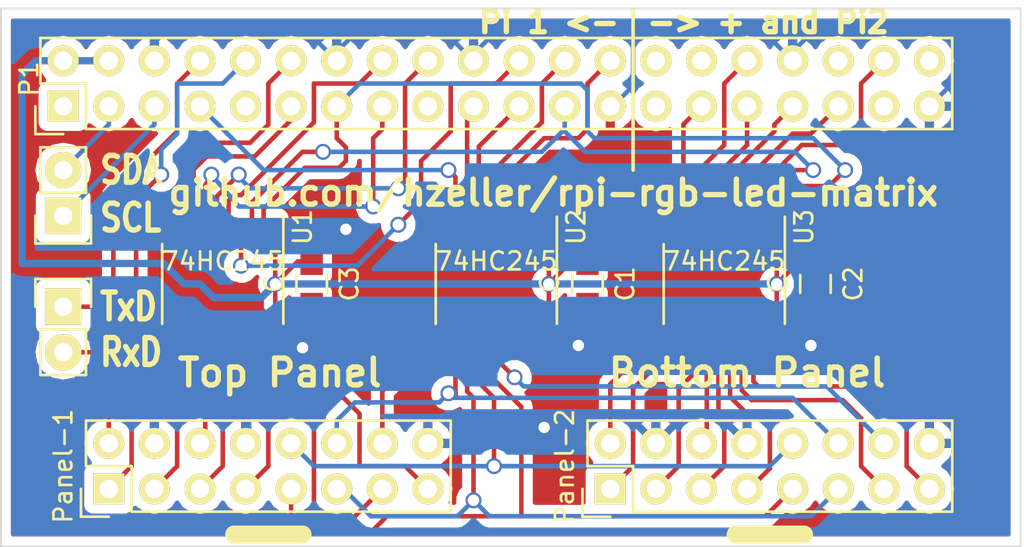
<source format=kicad_pcb>
(kicad_pcb (version 4) (host pcbnew "(2014-jul-16 BZR unknown)-product")

  (general
    (links 82)
    (no_connects 0)
    (area 68.953667 70.465 131.000001 101.050001)
    (thickness 1.6)
    (drawings 16)
    (tracks 430)
    (zones 0)
    (modules 11)
    (nets 61)
  )

  (page A4)
  (layers
    (0 F.Cu signal)
    (31 B.Cu signal)
    (32 B.Adhes user)
    (33 F.Adhes user)
    (34 B.Paste user)
    (35 F.Paste user)
    (36 B.SilkS user)
    (37 F.SilkS user)
    (38 B.Mask user)
    (39 F.Mask user)
    (40 Dwgs.User user)
    (41 Cmts.User user)
    (42 Eco1.User user)
    (43 Eco2.User user)
    (44 Edge.Cuts user)
    (45 Margin user)
    (46 B.CrtYd user)
    (47 F.CrtYd user)
    (48 B.Fab user)
    (49 F.Fab user)
  )

  (setup
    (last_trace_width 0.254)
    (trace_clearance 0.254)
    (zone_clearance 0.508)
    (zone_45_only no)
    (trace_min 0.254)
    (segment_width 0.2)
    (edge_width 0.1)
    (via_size 0.889)
    (via_drill 0.635)
    (via_min_size 0.889)
    (via_min_drill 0.508)
    (uvia_size 0.508)
    (uvia_drill 0.127)
    (uvias_allowed no)
    (uvia_min_size 0.508)
    (uvia_min_drill 0.127)
    (pcb_text_width 0.3)
    (pcb_text_size 1.5 1.5)
    (mod_edge_width 0.15)
    (mod_text_size 1 1)
    (mod_text_width 0.15)
    (pad_size 1.5 1.5)
    (pad_drill 0.6)
    (pad_to_mask_clearance 0)
    (aux_axis_origin 0 0)
    (visible_elements FFFFFF7F)
    (pcbplotparams
      (layerselection 0x010f0_80000001)
      (usegerberextensions false)
      (excludeedgelayer true)
      (linewidth 0.100000)
      (plotframeref false)
      (viasonmask false)
      (mode 1)
      (useauxorigin false)
      (hpglpennumber 1)
      (hpglpenspeed 20)
      (hpglpendiameter 15)
      (hpglpenoverlay 2)
      (psnegative false)
      (psa4output false)
      (plotreference true)
      (plotvalue true)
      (plotinvisibletext false)
      (padsonsilk false)
      (subtractmaskfromsilk false)
      (outputformat 2)
      (mirror false)
      (drillshape 0)
      (scaleselection 1)
      (outputdirectory fab/))
  )

  (net 0 "")
  (net 1 "Net-(P1-Pad1)")
  (net 2 "Net-(P1-Pad3)")
  (net 3 "Net-(P1-Pad5)")
  (net 4 GND)
  (net 5 strobe)
  (net 6 "Net-(P1-Pad8)")
  (net 7 "Net-(P1-Pad9)")
  (net 8 "Net-(P1-Pad10)")
  (net 9 p0_r1)
  (net 10 p0_g1)
  (net 11 OE)
  (net 12 p0_b1)
  (net 13 p0_r2)
  (net 14 "Net-(P1-Pad17)")
  (net 15 p0_g2)
  (net 16 row_D)
  (net 17 row_C)
  (net 18 p0_b2)
  (net 19 clock)
  (net 20 row_B)
  (net 21 row_A)
  (net 22 "Net-(P1-Pad27)")
  (net 23 "Net-(P1-Pad28)")
  (net 24 p1_r1)
  (net 25 "Net-(P1-Pad30)")
  (net 26 p1_g1)
  (net 27 p1_b1)
  (net 28 p1_r2)
  (net 29 p1_g2)
  (net 30 "Net-(P1-Pad36)")
  (net 31 "Net-(P1-Pad37)")
  (net 32 p1_b2)
  (net 33 "Net-(P1-Pad40)")
  (net 34 VCC)
  (net 35 "Net-(U2-Pad2)")
  (net 36 "Net-(U2-Pad3)")
  (net 37 "Net-(U2-Pad17)")
  (net 38 "Net-(U2-Pad18)")
  (net 39 p1_g1_buff)
  (net 40 p1_g2_buf)
  (net 41 p0_g1_buff)
  (net 42 p0_g2_buff)
  (net 43 "Net-(Panel-1-Pad9)")
  (net 44 row_B_buff)
  (net 45 "Net-(Panel-1-Pad11)")
  (net 46 row_D_buff)
  (net 47 "Net-(Panel-1-Pad14)")
  (net 48 "Net-(Panel-2-Pad14)")
  (net 49 p0_r1_buff)
  (net 50 p0_b1_buff)
  (net 51 p0_r2_buff)
  (net 52 p0_b2_buff)
  (net 53 clock_buff_0)
  (net 54 OE_buff_0)
  (net 55 p1_r1_buff)
  (net 56 p1_b1_buff)
  (net 57 p1_r2_buff)
  (net 58 p1_b2_buff)
  (net 59 clock_buff_1)
  (net 60 OE_buff_1)

  (net_class Default "This is the default net class."
    (clearance 0.254)
    (trace_width 0.254)
    (via_dia 0.889)
    (via_drill 0.635)
    (uvia_dia 0.508)
    (uvia_drill 0.127)
    (add_net GND)
    (add_net "Net-(P1-Pad1)")
    (add_net "Net-(P1-Pad10)")
    (add_net "Net-(P1-Pad17)")
    (add_net "Net-(P1-Pad27)")
    (add_net "Net-(P1-Pad28)")
    (add_net "Net-(P1-Pad3)")
    (add_net "Net-(P1-Pad30)")
    (add_net "Net-(P1-Pad36)")
    (add_net "Net-(P1-Pad37)")
    (add_net "Net-(P1-Pad40)")
    (add_net "Net-(P1-Pad5)")
    (add_net "Net-(P1-Pad8)")
    (add_net "Net-(P1-Pad9)")
    (add_net "Net-(Panel-1-Pad11)")
    (add_net "Net-(Panel-1-Pad14)")
    (add_net "Net-(Panel-1-Pad9)")
    (add_net "Net-(Panel-2-Pad14)")
    (add_net "Net-(U2-Pad17)")
    (add_net "Net-(U2-Pad18)")
    (add_net "Net-(U2-Pad2)")
    (add_net "Net-(U2-Pad3)")
    (add_net OE)
    (add_net OE_buff_0)
    (add_net OE_buff_1)
    (add_net VCC)
    (add_net clock)
    (add_net clock_buff_0)
    (add_net clock_buff_1)
    (add_net p0_b1)
    (add_net p0_b1_buff)
    (add_net p0_b2)
    (add_net p0_b2_buff)
    (add_net p0_g1)
    (add_net p0_g1_buff)
    (add_net p0_g2)
    (add_net p0_g2_buff)
    (add_net p0_r1)
    (add_net p0_r1_buff)
    (add_net p0_r2)
    (add_net p0_r2_buff)
    (add_net p1_b1)
    (add_net p1_b1_buff)
    (add_net p1_b2)
    (add_net p1_b2_buff)
    (add_net p1_g1)
    (add_net p1_g1_buff)
    (add_net p1_g2)
    (add_net p1_g2_buf)
    (add_net p1_r1)
    (add_net p1_r1_buff)
    (add_net p1_r2)
    (add_net p1_r2_buff)
    (add_net row_A)
    (add_net row_B)
    (add_net row_B_buff)
    (add_net row_C)
    (add_net row_D)
    (add_net row_D_buff)
    (add_net strobe)
  )

  (net_class Power ""
    (clearance 0.508)
    (trace_width 0.4064)
    (via_dia 0.889)
    (via_drill 0.635)
    (uvia_dia 0.508)
    (uvia_drill 0.127)
  )

  (net_class thin ""
    (clearance 0.254)
    (trace_width 0.254)
    (via_dia 0.889)
    (via_drill 0.635)
    (uvia_dia 0.508)
    (uvia_drill 0.127)
  )

  (module Housings_SSOP:TSSOP-20_4.4x6.5mm_Pitch0.65mm (layer F.Cu) (tedit 54F17092) (tstamp 54EFD3D8)
    (at 86.36 86.36 270)
    (descr "20-Lead Plastic Thin Shrink Small Outline (ST)-4.4 mm Body [TSSOP] (see Microchip Packaging Specification 00000049BS.pdf)")
    (tags "SSOP 0.65")
    (path /54ECAC85)
    (attr smd)
    (fp_text reference U1 (at -3.175 -4.445 450) (layer F.SilkS)
      (effects (font (size 1 1) (thickness 0.15)))
    )
    (fp_text value 74HC245 (at -1.27 0 540) (layer F.SilkS)
      (effects (font (size 1 1) (thickness 0.15)))
    )
    (fp_line (start -3.95 -3.55) (end -3.95 3.55) (layer F.CrtYd) (width 0.05))
    (fp_line (start 3.95 -3.55) (end 3.95 3.55) (layer F.CrtYd) (width 0.05))
    (fp_line (start -3.95 -3.55) (end 3.95 -3.55) (layer F.CrtYd) (width 0.05))
    (fp_line (start -3.95 3.55) (end 3.95 3.55) (layer F.CrtYd) (width 0.05))
    (fp_line (start -2.225 3.375) (end 2.225 3.375) (layer F.SilkS) (width 0.15))
    (fp_line (start -3.75 -3.375) (end 2.225 -3.375) (layer F.SilkS) (width 0.15))
    (pad 1 smd rect (at -2.95 -2.925 270) (size 1.45 0.45) (layers F.Cu F.Paste F.Mask)
      (net 34 VCC))
    (pad 2 smd rect (at -2.95 -2.275 270) (size 1.45 0.45) (layers F.Cu F.Paste F.Mask)
      (net 11 OE))
    (pad 3 smd rect (at -2.95 -1.625 270) (size 1.45 0.45) (layers F.Cu F.Paste F.Mask)
      (net 19 clock))
    (pad 4 smd rect (at -2.95 -0.975 270) (size 1.45 0.45) (layers F.Cu F.Paste F.Mask)
      (net 18 p0_b2))
    (pad 5 smd rect (at -2.95 -0.325 270) (size 1.45 0.45) (layers F.Cu F.Paste F.Mask)
      (net 13 p0_r2))
    (pad 6 smd rect (at -2.95 0.325 270) (size 1.45 0.45) (layers F.Cu F.Paste F.Mask)
      (net 15 p0_g2))
    (pad 7 smd rect (at -2.95 0.975 270) (size 1.45 0.45) (layers F.Cu F.Paste F.Mask)
      (net 12 p0_b1))
    (pad 8 smd rect (at -2.95 1.625 270) (size 1.45 0.45) (layers F.Cu F.Paste F.Mask)
      (net 9 p0_r1))
    (pad 9 smd rect (at -2.95 2.275 270) (size 1.45 0.45) (layers F.Cu F.Paste F.Mask)
      (net 10 p0_g1))
    (pad 10 smd rect (at -2.95 2.925 270) (size 1.45 0.45) (layers F.Cu F.Paste F.Mask)
      (net 4 GND))
    (pad 11 smd rect (at 2.95 2.925 270) (size 1.45 0.45) (layers F.Cu F.Paste F.Mask)
      (net 41 p0_g1_buff))
    (pad 12 smd rect (at 2.95 2.275 270) (size 1.45 0.45) (layers F.Cu F.Paste F.Mask)
      (net 49 p0_r1_buff))
    (pad 13 smd rect (at 2.95 1.625 270) (size 1.45 0.45) (layers F.Cu F.Paste F.Mask)
      (net 50 p0_b1_buff))
    (pad 14 smd rect (at 2.95 0.975 270) (size 1.45 0.45) (layers F.Cu F.Paste F.Mask)
      (net 42 p0_g2_buff))
    (pad 15 smd rect (at 2.95 0.325 270) (size 1.45 0.45) (layers F.Cu F.Paste F.Mask)
      (net 51 p0_r2_buff))
    (pad 16 smd rect (at 2.95 -0.325 270) (size 1.45 0.45) (layers F.Cu F.Paste F.Mask)
      (net 52 p0_b2_buff))
    (pad 17 smd rect (at 2.95 -0.975 270) (size 1.45 0.45) (layers F.Cu F.Paste F.Mask)
      (net 53 clock_buff_0))
    (pad 18 smd rect (at 2.95 -1.625 270) (size 1.45 0.45) (layers F.Cu F.Paste F.Mask)
      (net 54 OE_buff_0))
    (pad 19 smd rect (at 2.95 -2.275 270) (size 1.45 0.45) (layers F.Cu F.Paste F.Mask)
      (net 4 GND))
    (pad 20 smd rect (at 2.95 -2.925 270) (size 1.45 0.45) (layers F.Cu F.Paste F.Mask)
      (net 34 VCC))
    (model Housings_SSOP/TSSOP-20_4.4x6.5mm_Pitch0.65mm.wrl
      (at (xyz 0 0 0))
      (scale (xyz 1 1 1))
      (rotate (xyz 0 0 0))
    )
  )

  (module Housings_SSOP:TSSOP-20_4.4x6.5mm_Pitch0.65mm (layer F.Cu) (tedit 54F1707F) (tstamp 54ECBACE)
    (at 101.6 86.36 270)
    (descr "20-Lead Plastic Thin Shrink Small Outline (ST)-4.4 mm Body [TSSOP] (see Microchip Packaging Specification 00000049BS.pdf)")
    (tags "SSOP 0.65")
    (path /54ECB18C)
    (attr smd)
    (fp_text reference U2 (at -3.175 -4.445 450) (layer F.SilkS)
      (effects (font (size 1 1) (thickness 0.15)))
    )
    (fp_text value 74HC245 (at -1.27 0 360) (layer F.SilkS)
      (effects (font (size 1 1) (thickness 0.15)))
    )
    (fp_line (start -3.95 -3.55) (end -3.95 3.55) (layer F.CrtYd) (width 0.05))
    (fp_line (start 3.95 -3.55) (end 3.95 3.55) (layer F.CrtYd) (width 0.05))
    (fp_line (start -3.95 -3.55) (end 3.95 -3.55) (layer F.CrtYd) (width 0.05))
    (fp_line (start -3.95 3.55) (end 3.95 3.55) (layer F.CrtYd) (width 0.05))
    (fp_line (start -2.225 3.375) (end 2.225 3.375) (layer F.SilkS) (width 0.15))
    (fp_line (start -3.75 -3.375) (end 2.225 -3.375) (layer F.SilkS) (width 0.15))
    (pad 1 smd rect (at -2.95 -2.925 270) (size 1.45 0.45) (layers F.Cu F.Paste F.Mask)
      (net 34 VCC))
    (pad 2 smd rect (at -2.95 -2.275 270) (size 1.45 0.45) (layers F.Cu F.Paste F.Mask)
      (net 35 "Net-(U2-Pad2)"))
    (pad 3 smd rect (at -2.95 -1.625 270) (size 1.45 0.45) (layers F.Cu F.Paste F.Mask)
      (net 36 "Net-(U2-Pad3)"))
    (pad 4 smd rect (at -2.95 -0.975 270) (size 1.45 0.45) (layers F.Cu F.Paste F.Mask)
      (net 5 strobe))
    (pad 5 smd rect (at -2.95 -0.325 270) (size 1.45 0.45) (layers F.Cu F.Paste F.Mask)
      (net 21 row_A))
    (pad 6 smd rect (at -2.95 0.325 270) (size 1.45 0.45) (layers F.Cu F.Paste F.Mask)
      (net 20 row_B))
    (pad 7 smd rect (at -2.95 0.975 270) (size 1.45 0.45) (layers F.Cu F.Paste F.Mask)
      (net 17 row_C))
    (pad 8 smd rect (at -2.95 1.625 270) (size 1.45 0.45) (layers F.Cu F.Paste F.Mask)
      (net 16 row_D))
    (pad 9 smd rect (at -2.95 2.275 270) (size 1.45 0.45) (layers F.Cu F.Paste F.Mask)
      (net 5 strobe))
    (pad 10 smd rect (at -2.95 2.925 270) (size 1.45 0.45) (layers F.Cu F.Paste F.Mask)
      (net 4 GND))
    (pad 11 smd rect (at 2.95 2.925 270) (size 1.45 0.45) (layers F.Cu F.Paste F.Mask)
      (net 47 "Net-(Panel-1-Pad14)"))
    (pad 12 smd rect (at 2.95 2.275 270) (size 1.45 0.45) (layers F.Cu F.Paste F.Mask)
      (net 46 row_D_buff))
    (pad 13 smd rect (at 2.95 1.625 270) (size 1.45 0.45) (layers F.Cu F.Paste F.Mask)
      (net 45 "Net-(Panel-1-Pad11)"))
    (pad 14 smd rect (at 2.95 0.975 270) (size 1.45 0.45) (layers F.Cu F.Paste F.Mask)
      (net 44 row_B_buff))
    (pad 15 smd rect (at 2.95 0.325 270) (size 1.45 0.45) (layers F.Cu F.Paste F.Mask)
      (net 43 "Net-(Panel-1-Pad9)"))
    (pad 16 smd rect (at 2.95 -0.325 270) (size 1.45 0.45) (layers F.Cu F.Paste F.Mask)
      (net 48 "Net-(Panel-2-Pad14)"))
    (pad 17 smd rect (at 2.95 -0.975 270) (size 1.45 0.45) (layers F.Cu F.Paste F.Mask)
      (net 37 "Net-(U2-Pad17)"))
    (pad 18 smd rect (at 2.95 -1.625 270) (size 1.45 0.45) (layers F.Cu F.Paste F.Mask)
      (net 38 "Net-(U2-Pad18)"))
    (pad 19 smd rect (at 2.95 -2.275 270) (size 1.45 0.45) (layers F.Cu F.Paste F.Mask)
      (net 4 GND))
    (pad 20 smd rect (at 2.95 -2.925 270) (size 1.45 0.45) (layers F.Cu F.Paste F.Mask)
      (net 34 VCC))
    (model Housings_SSOP/TSSOP-20_4.4x6.5mm_Pitch0.65mm.wrl
      (at (xyz 0 0 0))
      (scale (xyz 1 1 1))
      (rotate (xyz 0 0 0))
    )
  )

  (module Housings_SSOP:TSSOP-20_4.4x6.5mm_Pitch0.65mm (layer F.Cu) (tedit 54F17081) (tstamp 54ECBAE6)
    (at 114.3 86.36 270)
    (descr "20-Lead Plastic Thin Shrink Small Outline (ST)-4.4 mm Body [TSSOP] (see Microchip Packaging Specification 00000049BS.pdf)")
    (tags "SSOP 0.65")
    (path /54ECB1EA)
    (attr smd)
    (fp_text reference U3 (at -3.175 -4.445 450) (layer F.SilkS)
      (effects (font (size 1 1) (thickness 0.15)))
    )
    (fp_text value 74HC245 (at -1.27 0 360) (layer F.SilkS)
      (effects (font (size 1 1) (thickness 0.15)))
    )
    (fp_line (start -3.95 -3.55) (end -3.95 3.55) (layer F.CrtYd) (width 0.05))
    (fp_line (start 3.95 -3.55) (end 3.95 3.55) (layer F.CrtYd) (width 0.05))
    (fp_line (start -3.95 -3.55) (end 3.95 -3.55) (layer F.CrtYd) (width 0.05))
    (fp_line (start -3.95 3.55) (end 3.95 3.55) (layer F.CrtYd) (width 0.05))
    (fp_line (start -2.225 3.375) (end 2.225 3.375) (layer F.SilkS) (width 0.15))
    (fp_line (start -3.75 -3.375) (end 2.225 -3.375) (layer F.SilkS) (width 0.15))
    (pad 1 smd rect (at -2.95 -2.925 270) (size 1.45 0.45) (layers F.Cu F.Paste F.Mask)
      (net 34 VCC))
    (pad 2 smd rect (at -2.95 -2.275 270) (size 1.45 0.45) (layers F.Cu F.Paste F.Mask)
      (net 11 OE))
    (pad 3 smd rect (at -2.95 -1.625 270) (size 1.45 0.45) (layers F.Cu F.Paste F.Mask)
      (net 19 clock))
    (pad 4 smd rect (at -2.95 -0.975 270) (size 1.45 0.45) (layers F.Cu F.Paste F.Mask)
      (net 32 p1_b2))
    (pad 5 smd rect (at -2.95 -0.325 270) (size 1.45 0.45) (layers F.Cu F.Paste F.Mask)
      (net 28 p1_r2))
    (pad 6 smd rect (at -2.95 0.325 270) (size 1.45 0.45) (layers F.Cu F.Paste F.Mask)
      (net 29 p1_g2))
    (pad 7 smd rect (at -2.95 0.975 270) (size 1.45 0.45) (layers F.Cu F.Paste F.Mask)
      (net 27 p1_b1))
    (pad 8 smd rect (at -2.95 1.625 270) (size 1.45 0.45) (layers F.Cu F.Paste F.Mask)
      (net 24 p1_r1))
    (pad 9 smd rect (at -2.95 2.275 270) (size 1.45 0.45) (layers F.Cu F.Paste F.Mask)
      (net 26 p1_g1))
    (pad 10 smd rect (at -2.95 2.925 270) (size 1.45 0.45) (layers F.Cu F.Paste F.Mask)
      (net 4 GND))
    (pad 11 smd rect (at 2.95 2.925 270) (size 1.45 0.45) (layers F.Cu F.Paste F.Mask)
      (net 39 p1_g1_buff))
    (pad 12 smd rect (at 2.95 2.275 270) (size 1.45 0.45) (layers F.Cu F.Paste F.Mask)
      (net 55 p1_r1_buff))
    (pad 13 smd rect (at 2.95 1.625 270) (size 1.45 0.45) (layers F.Cu F.Paste F.Mask)
      (net 56 p1_b1_buff))
    (pad 14 smd rect (at 2.95 0.975 270) (size 1.45 0.45) (layers F.Cu F.Paste F.Mask)
      (net 40 p1_g2_buf))
    (pad 15 smd rect (at 2.95 0.325 270) (size 1.45 0.45) (layers F.Cu F.Paste F.Mask)
      (net 57 p1_r2_buff))
    (pad 16 smd rect (at 2.95 -0.325 270) (size 1.45 0.45) (layers F.Cu F.Paste F.Mask)
      (net 58 p1_b2_buff))
    (pad 17 smd rect (at 2.95 -0.975 270) (size 1.45 0.45) (layers F.Cu F.Paste F.Mask)
      (net 59 clock_buff_1))
    (pad 18 smd rect (at 2.95 -1.625 270) (size 1.45 0.45) (layers F.Cu F.Paste F.Mask)
      (net 60 OE_buff_1))
    (pad 19 smd rect (at 2.95 -2.275 270) (size 1.45 0.45) (layers F.Cu F.Paste F.Mask)
      (net 4 GND))
    (pad 20 smd rect (at 2.95 -2.925 270) (size 1.45 0.45) (layers F.Cu F.Paste F.Mask)
      (net 34 VCC))
    (model Housings_SSOP/TSSOP-20_4.4x6.5mm_Pitch0.65mm.wrl
      (at (xyz 0 0 0))
      (scale (xyz 1 1 1))
      (rotate (xyz 0 0 0))
    )
  )

  (module Pin_Headers:Pin_Header_Straight_2x20 (layer F.Cu) (tedit 54F17012) (tstamp 54ED5335)
    (at 77.47 76.454 90)
    (descr "Through hole pin header")
    (tags "pin header")
    (path /54ECB2B7)
    (fp_text reference P1 (at 1.524 -1.905 90) (layer F.SilkS)
      (effects (font (size 1 1) (thickness 0.15)))
    )
    (fp_text value CONN_02X20 (at 0 -3.1 90) (layer F.SilkS) hide
      (effects (font (size 1 1) (thickness 0.15)))
    )
    (fp_line (start -1.75 -1.75) (end -1.75 50.05) (layer F.CrtYd) (width 0.05))
    (fp_line (start 4.3 -1.75) (end 4.3 50.05) (layer F.CrtYd) (width 0.05))
    (fp_line (start -1.75 -1.75) (end 4.3 -1.75) (layer F.CrtYd) (width 0.05))
    (fp_line (start -1.75 50.05) (end 4.3 50.05) (layer F.CrtYd) (width 0.05))
    (fp_line (start 3.81 49.53) (end 3.81 -1.27) (layer F.SilkS) (width 0.15))
    (fp_line (start -1.27 1.27) (end -1.27 49.53) (layer F.SilkS) (width 0.15))
    (fp_line (start 3.81 49.53) (end -1.27 49.53) (layer F.SilkS) (width 0.15))
    (fp_line (start 3.81 -1.27) (end 1.27 -1.27) (layer F.SilkS) (width 0.15))
    (fp_line (start 0 -1.55) (end -1.55 -1.55) (layer F.SilkS) (width 0.15))
    (fp_line (start 1.27 -1.27) (end 1.27 1.27) (layer F.SilkS) (width 0.15))
    (fp_line (start 1.27 1.27) (end -1.27 1.27) (layer F.SilkS) (width 0.15))
    (fp_line (start -1.55 -1.55) (end -1.55 0) (layer F.SilkS) (width 0.15))
    (pad 1 thru_hole rect (at 0 0 90) (size 1.7272 1.7272) (drill 1.016) (layers *.Cu *.Mask F.SilkS)
      (net 1 "Net-(P1-Pad1)"))
    (pad 2 thru_hole oval (at 2.54 0 90) (size 1.7272 1.7272) (drill 1.016) (layers *.Cu *.Mask F.SilkS)
      (net 34 VCC))
    (pad 3 thru_hole oval (at 0 2.54 90) (size 1.7272 1.7272) (drill 1.016) (layers *.Cu *.Mask F.SilkS)
      (net 2 "Net-(P1-Pad3)"))
    (pad 4 thru_hole oval (at 2.54 2.54 90) (size 1.7272 1.7272) (drill 1.016) (layers *.Cu *.Mask F.SilkS)
      (net 34 VCC))
    (pad 5 thru_hole oval (at 0 5.08 90) (size 1.7272 1.7272) (drill 1.016) (layers *.Cu *.Mask F.SilkS)
      (net 3 "Net-(P1-Pad5)"))
    (pad 6 thru_hole oval (at 2.54 5.08 90) (size 1.7272 1.7272) (drill 1.016) (layers *.Cu *.Mask F.SilkS)
      (net 4 GND))
    (pad 7 thru_hole oval (at 0 7.62 90) (size 1.7272 1.7272) (drill 1.016) (layers *.Cu *.Mask F.SilkS)
      (net 5 strobe))
    (pad 8 thru_hole oval (at 2.54 7.62 90) (size 1.7272 1.7272) (drill 1.016) (layers *.Cu *.Mask F.SilkS)
      (net 6 "Net-(P1-Pad8)"))
    (pad 9 thru_hole oval (at 0 10.16 90) (size 1.7272 1.7272) (drill 1.016) (layers *.Cu *.Mask F.SilkS)
      (net 7 "Net-(P1-Pad9)"))
    (pad 10 thru_hole oval (at 2.54 10.16 90) (size 1.7272 1.7272) (drill 1.016) (layers *.Cu *.Mask F.SilkS)
      (net 8 "Net-(P1-Pad10)"))
    (pad 11 thru_hole oval (at 0 12.7 90) (size 1.7272 1.7272) (drill 1.016) (layers *.Cu *.Mask F.SilkS)
      (net 9 p0_r1))
    (pad 12 thru_hole oval (at 2.54 12.7 90) (size 1.7272 1.7272) (drill 1.016) (layers *.Cu *.Mask F.SilkS)
      (net 10 p0_g1))
    (pad 13 thru_hole oval (at 0 15.24 90) (size 1.7272 1.7272) (drill 1.016) (layers *.Cu *.Mask F.SilkS)
      (net 11 OE))
    (pad 14 thru_hole oval (at 2.54 15.24 90) (size 1.7272 1.7272) (drill 1.016) (layers *.Cu *.Mask F.SilkS)
      (net 4 GND))
    (pad 15 thru_hole oval (at 0 17.78 90) (size 1.7272 1.7272) (drill 1.016) (layers *.Cu *.Mask F.SilkS)
      (net 12 p0_b1))
    (pad 16 thru_hole oval (at 2.54 17.78 90) (size 1.7272 1.7272) (drill 1.016) (layers *.Cu *.Mask F.SilkS)
      (net 13 p0_r2))
    (pad 17 thru_hole oval (at 0 20.32 90) (size 1.7272 1.7272) (drill 1.016) (layers *.Cu *.Mask F.SilkS)
      (net 14 "Net-(P1-Pad17)"))
    (pad 18 thru_hole oval (at 2.54 20.32 90) (size 1.7272 1.7272) (drill 1.016) (layers *.Cu *.Mask F.SilkS)
      (net 15 p0_g2))
    (pad 19 thru_hole oval (at 0 22.86 90) (size 1.7272 1.7272) (drill 1.016) (layers *.Cu *.Mask F.SilkS)
      (net 16 row_D))
    (pad 20 thru_hole oval (at 2.54 22.86 90) (size 1.7272 1.7272) (drill 1.016) (layers *.Cu *.Mask F.SilkS)
      (net 4 GND))
    (pad 21 thru_hole oval (at 0 25.4 90) (size 1.7272 1.7272) (drill 1.016) (layers *.Cu *.Mask F.SilkS)
      (net 17 row_C))
    (pad 22 thru_hole oval (at 2.54 25.4 90) (size 1.7272 1.7272) (drill 1.016) (layers *.Cu *.Mask F.SilkS)
      (net 18 p0_b2))
    (pad 23 thru_hole oval (at 0 27.94 90) (size 1.7272 1.7272) (drill 1.016) (layers *.Cu *.Mask F.SilkS)
      (net 19 clock))
    (pad 24 thru_hole oval (at 2.54 27.94 90) (size 1.7272 1.7272) (drill 1.016) (layers *.Cu *.Mask F.SilkS)
      (net 20 row_B))
    (pad 25 thru_hole oval (at 0 30.48 90) (size 1.7272 1.7272) (drill 1.016) (layers *.Cu *.Mask F.SilkS)
      (net 4 GND))
    (pad 26 thru_hole oval (at 2.54 30.48 90) (size 1.7272 1.7272) (drill 1.016) (layers *.Cu *.Mask F.SilkS)
      (net 21 row_A))
    (pad 27 thru_hole oval (at 0 33.02 90) (size 1.7272 1.7272) (drill 1.016) (layers *.Cu *.Mask F.SilkS)
      (net 22 "Net-(P1-Pad27)"))
    (pad 28 thru_hole oval (at 2.54 33.02 90) (size 1.7272 1.7272) (drill 1.016) (layers *.Cu *.Mask F.SilkS)
      (net 23 "Net-(P1-Pad28)"))
    (pad 29 thru_hole oval (at 0 35.56 90) (size 1.7272 1.7272) (drill 1.016) (layers *.Cu *.Mask F.SilkS)
      (net 26 p1_g1))
    (pad 30 thru_hole oval (at 2.54 35.56 90) (size 1.7272 1.7272) (drill 1.016) (layers *.Cu *.Mask F.SilkS)
      (net 25 "Net-(P1-Pad30)"))
    (pad 31 thru_hole oval (at 0 38.1 90) (size 1.7272 1.7272) (drill 1.016) (layers *.Cu *.Mask F.SilkS)
      (net 27 p1_b1))
    (pad 32 thru_hole oval (at 2.54 38.1 90) (size 1.7272 1.7272) (drill 1.016) (layers *.Cu *.Mask F.SilkS)
      (net 24 p1_r1))
    (pad 33 thru_hole oval (at 0 40.64 90) (size 1.7272 1.7272) (drill 1.016) (layers *.Cu *.Mask F.SilkS)
      (net 29 p1_g2))
    (pad 34 thru_hole oval (at 2.54 40.64 90) (size 1.7272 1.7272) (drill 1.016) (layers *.Cu *.Mask F.SilkS)
      (net 4 GND))
    (pad 35 thru_hole oval (at 0 43.18 90) (size 1.7272 1.7272) (drill 1.016) (layers *.Cu *.Mask F.SilkS)
      (net 28 p1_r2))
    (pad 36 thru_hole oval (at 2.54 43.18 90) (size 1.7272 1.7272) (drill 1.016) (layers *.Cu *.Mask F.SilkS)
      (net 30 "Net-(P1-Pad36)"))
    (pad 37 thru_hole oval (at 0 45.72 90) (size 1.7272 1.7272) (drill 1.016) (layers *.Cu *.Mask F.SilkS)
      (net 31 "Net-(P1-Pad37)"))
    (pad 38 thru_hole oval (at 2.54 45.72 90) (size 1.7272 1.7272) (drill 1.016) (layers *.Cu *.Mask F.SilkS)
      (net 32 p1_b2))
    (pad 39 thru_hole oval (at 0 48.26 90) (size 1.7272 1.7272) (drill 1.016) (layers *.Cu *.Mask F.SilkS)
      (net 4 GND))
    (pad 40 thru_hole oval (at 2.54 48.26 90) (size 1.7272 1.7272) (drill 1.016) (layers *.Cu *.Mask F.SilkS)
      (net 33 "Net-(P1-Pad40)"))
    (model Pin_Headers/Pin_Header_Straight_2x20.wrl
      (at (xyz 0.05 -0.95 0))
      (scale (xyz 1 1 1))
      (rotate (xyz 0 0 90))
    )
  )

  (module Pin_Headers:Pin_Header_Straight_2x08 (layer F.Cu) (tedit 54F16C68) (tstamp 54ECBEF4)
    (at 80.01 97.79 90)
    (descr "Through hole pin header")
    (tags "pin header")
    (path /54ECB236)
    (fp_text reference Panel-1 (at 1.27 -2.54 270) (layer F.SilkS)
      (effects (font (size 1 1) (thickness 0.15)))
    )
    (fp_text value CONN_02X08 (at 0 -3.1 90) (layer F.SilkS) hide
      (effects (font (size 1 1) (thickness 0.15)))
    )
    (fp_line (start -1.75 -1.75) (end -1.75 19.55) (layer F.CrtYd) (width 0.05))
    (fp_line (start 4.3 -1.75) (end 4.3 19.55) (layer F.CrtYd) (width 0.05))
    (fp_line (start -1.75 -1.75) (end 4.3 -1.75) (layer F.CrtYd) (width 0.05))
    (fp_line (start -1.75 19.55) (end 4.3 19.55) (layer F.CrtYd) (width 0.05))
    (fp_line (start 3.81 19.05) (end 3.81 -1.27) (layer F.SilkS) (width 0.15))
    (fp_line (start -1.27 1.27) (end -1.27 19.05) (layer F.SilkS) (width 0.15))
    (fp_line (start 3.81 19.05) (end -1.27 19.05) (layer F.SilkS) (width 0.15))
    (fp_line (start 3.81 -1.27) (end 1.27 -1.27) (layer F.SilkS) (width 0.15))
    (fp_line (start 0 -1.55) (end -1.55 -1.55) (layer F.SilkS) (width 0.15))
    (fp_line (start 1.27 -1.27) (end 1.27 1.27) (layer F.SilkS) (width 0.15))
    (fp_line (start 1.27 1.27) (end -1.27 1.27) (layer F.SilkS) (width 0.15))
    (fp_line (start -1.55 -1.55) (end -1.55 0) (layer F.SilkS) (width 0.15))
    (pad 1 thru_hole rect (at 0 0 90) (size 1.7272 1.7272) (drill 1.016) (layers *.Cu *.Mask F.SilkS)
      (net 49 p0_r1_buff))
    (pad 2 thru_hole oval (at 2.54 0 90) (size 1.7272 1.7272) (drill 1.016) (layers *.Cu *.Mask F.SilkS)
      (net 41 p0_g1_buff))
    (pad 3 thru_hole oval (at 0 2.54 90) (size 1.7272 1.7272) (drill 1.016) (layers *.Cu *.Mask F.SilkS)
      (net 50 p0_b1_buff))
    (pad 4 thru_hole oval (at 2.54 2.54 90) (size 1.7272 1.7272) (drill 1.016) (layers *.Cu *.Mask F.SilkS)
      (net 4 GND))
    (pad 5 thru_hole oval (at 0 5.08 90) (size 1.7272 1.7272) (drill 1.016) (layers *.Cu *.Mask F.SilkS)
      (net 51 p0_r2_buff))
    (pad 6 thru_hole oval (at 2.54 5.08 90) (size 1.7272 1.7272) (drill 1.016) (layers *.Cu *.Mask F.SilkS)
      (net 42 p0_g2_buff))
    (pad 7 thru_hole oval (at 0 7.62 90) (size 1.7272 1.7272) (drill 1.016) (layers *.Cu *.Mask F.SilkS)
      (net 52 p0_b2_buff))
    (pad 8 thru_hole oval (at 2.54 7.62 90) (size 1.7272 1.7272) (drill 1.016) (layers *.Cu *.Mask F.SilkS)
      (net 4 GND))
    (pad 9 thru_hole oval (at 0 10.16 90) (size 1.7272 1.7272) (drill 1.016) (layers *.Cu *.Mask F.SilkS)
      (net 43 "Net-(Panel-1-Pad9)"))
    (pad 10 thru_hole oval (at 2.54 10.16 90) (size 1.7272 1.7272) (drill 1.016) (layers *.Cu *.Mask F.SilkS)
      (net 44 row_B_buff))
    (pad 11 thru_hole oval (at 0 12.7 90) (size 1.7272 1.7272) (drill 1.016) (layers *.Cu *.Mask F.SilkS)
      (net 45 "Net-(Panel-1-Pad11)"))
    (pad 12 thru_hole oval (at 2.54 12.7 90) (size 1.7272 1.7272) (drill 1.016) (layers *.Cu *.Mask F.SilkS)
      (net 46 row_D_buff))
    (pad 13 thru_hole oval (at 0 15.24 90) (size 1.7272 1.7272) (drill 1.016) (layers *.Cu *.Mask F.SilkS)
      (net 53 clock_buff_0))
    (pad 14 thru_hole oval (at 2.54 15.24 90) (size 1.7272 1.7272) (drill 1.016) (layers *.Cu *.Mask F.SilkS)
      (net 47 "Net-(Panel-1-Pad14)"))
    (pad 15 thru_hole oval (at 0 17.78 90) (size 1.7272 1.7272) (drill 1.016) (layers *.Cu *.Mask F.SilkS)
      (net 54 OE_buff_0))
    (pad 16 thru_hole oval (at 2.54 17.78 90) (size 1.7272 1.7272) (drill 1.016) (layers *.Cu *.Mask F.SilkS)
      (net 4 GND))
    (model Pin_Headers/Pin_Header_Straight_2x08.wrl
      (at (xyz 0.05 -0.35 0))
      (scale (xyz 1 1 1))
      (rotate (xyz 0 0 90))
    )
  )

  (module Pin_Headers:Pin_Header_Straight_2x08 (layer F.Cu) (tedit 54F16C70) (tstamp 54ECBF13)
    (at 107.95 97.79 90)
    (descr "Through hole pin header")
    (tags "pin header")
    (path /54ECE201)
    (fp_text reference Panel-2 (at 1.27 -2.54 270) (layer F.SilkS)
      (effects (font (size 1 1) (thickness 0.15)))
    )
    (fp_text value CONN_02X08 (at 0 -3.1 90) (layer F.SilkS) hide
      (effects (font (size 1 1) (thickness 0.15)))
    )
    (fp_line (start -1.75 -1.75) (end -1.75 19.55) (layer F.CrtYd) (width 0.05))
    (fp_line (start 4.3 -1.75) (end 4.3 19.55) (layer F.CrtYd) (width 0.05))
    (fp_line (start -1.75 -1.75) (end 4.3 -1.75) (layer F.CrtYd) (width 0.05))
    (fp_line (start -1.75 19.55) (end 4.3 19.55) (layer F.CrtYd) (width 0.05))
    (fp_line (start 3.81 19.05) (end 3.81 -1.27) (layer F.SilkS) (width 0.15))
    (fp_line (start -1.27 1.27) (end -1.27 19.05) (layer F.SilkS) (width 0.15))
    (fp_line (start 3.81 19.05) (end -1.27 19.05) (layer F.SilkS) (width 0.15))
    (fp_line (start 3.81 -1.27) (end 1.27 -1.27) (layer F.SilkS) (width 0.15))
    (fp_line (start 0 -1.55) (end -1.55 -1.55) (layer F.SilkS) (width 0.15))
    (fp_line (start 1.27 -1.27) (end 1.27 1.27) (layer F.SilkS) (width 0.15))
    (fp_line (start 1.27 1.27) (end -1.27 1.27) (layer F.SilkS) (width 0.15))
    (fp_line (start -1.55 -1.55) (end -1.55 0) (layer F.SilkS) (width 0.15))
    (pad 1 thru_hole rect (at 0 0 90) (size 1.7272 1.7272) (drill 1.016) (layers *.Cu *.Mask F.SilkS)
      (net 55 p1_r1_buff))
    (pad 2 thru_hole oval (at 2.54 0 90) (size 1.7272 1.7272) (drill 1.016) (layers *.Cu *.Mask F.SilkS)
      (net 39 p1_g1_buff))
    (pad 3 thru_hole oval (at 0 2.54 90) (size 1.7272 1.7272) (drill 1.016) (layers *.Cu *.Mask F.SilkS)
      (net 56 p1_b1_buff))
    (pad 4 thru_hole oval (at 2.54 2.54 90) (size 1.7272 1.7272) (drill 1.016) (layers *.Cu *.Mask F.SilkS)
      (net 4 GND))
    (pad 5 thru_hole oval (at 0 5.08 90) (size 1.7272 1.7272) (drill 1.016) (layers *.Cu *.Mask F.SilkS)
      (net 57 p1_r2_buff))
    (pad 6 thru_hole oval (at 2.54 5.08 90) (size 1.7272 1.7272) (drill 1.016) (layers *.Cu *.Mask F.SilkS)
      (net 40 p1_g2_buf))
    (pad 7 thru_hole oval (at 0 7.62 90) (size 1.7272 1.7272) (drill 1.016) (layers *.Cu *.Mask F.SilkS)
      (net 58 p1_b2_buff))
    (pad 8 thru_hole oval (at 2.54 7.62 90) (size 1.7272 1.7272) (drill 1.016) (layers *.Cu *.Mask F.SilkS)
      (net 4 GND))
    (pad 9 thru_hole oval (at 0 10.16 90) (size 1.7272 1.7272) (drill 1.016) (layers *.Cu *.Mask F.SilkS)
      (net 43 "Net-(Panel-1-Pad9)"))
    (pad 10 thru_hole oval (at 2.54 10.16 90) (size 1.7272 1.7272) (drill 1.016) (layers *.Cu *.Mask F.SilkS)
      (net 44 row_B_buff))
    (pad 11 thru_hole oval (at 0 12.7 90) (size 1.7272 1.7272) (drill 1.016) (layers *.Cu *.Mask F.SilkS)
      (net 45 "Net-(Panel-1-Pad11)"))
    (pad 12 thru_hole oval (at 2.54 12.7 90) (size 1.7272 1.7272) (drill 1.016) (layers *.Cu *.Mask F.SilkS)
      (net 46 row_D_buff))
    (pad 13 thru_hole oval (at 0 15.24 90) (size 1.7272 1.7272) (drill 1.016) (layers *.Cu *.Mask F.SilkS)
      (net 59 clock_buff_1))
    (pad 14 thru_hole oval (at 2.54 15.24 90) (size 1.7272 1.7272) (drill 1.016) (layers *.Cu *.Mask F.SilkS)
      (net 48 "Net-(Panel-2-Pad14)"))
    (pad 15 thru_hole oval (at 0 17.78 90) (size 1.7272 1.7272) (drill 1.016) (layers *.Cu *.Mask F.SilkS)
      (net 60 OE_buff_1))
    (pad 16 thru_hole oval (at 2.54 17.78 90) (size 1.7272 1.7272) (drill 1.016) (layers *.Cu *.Mask F.SilkS)
      (net 4 GND))
    (model Pin_Headers/Pin_Header_Straight_2x08.wrl
      (at (xyz 0.05 -0.35 0))
      (scale (xyz 1 1 1))
      (rotate (xyz 0 0 90))
    )
  )

  (module Capacitors_SMD:C_0805_HandSoldering (layer F.Cu) (tedit 541A9B8D) (tstamp 54ED1B72)
    (at 106.68 86.36 270)
    (descr "Capacitor SMD 0805, hand soldering")
    (tags "capacitor 0805")
    (path /54ECBE4F)
    (attr smd)
    (fp_text reference C1 (at 0 -2.1 270) (layer F.SilkS)
      (effects (font (size 1 1) (thickness 0.15)))
    )
    (fp_text value C (at 0 2.1 270) (layer F.SilkS)
      (effects (font (size 1 1) (thickness 0.15)))
    )
    (fp_line (start -2.3 -1) (end 2.3 -1) (layer F.CrtYd) (width 0.05))
    (fp_line (start -2.3 1) (end 2.3 1) (layer F.CrtYd) (width 0.05))
    (fp_line (start -2.3 -1) (end -2.3 1) (layer F.CrtYd) (width 0.05))
    (fp_line (start 2.3 -1) (end 2.3 1) (layer F.CrtYd) (width 0.05))
    (fp_line (start 0.5 -0.85) (end -0.5 -0.85) (layer F.SilkS) (width 0.15))
    (fp_line (start -0.5 0.85) (end 0.5 0.85) (layer F.SilkS) (width 0.15))
    (pad 1 smd rect (at -1.25 0 270) (size 1.5 1.25) (layers F.Cu F.Paste F.Mask)
      (net 34 VCC))
    (pad 2 smd rect (at 1.25 0 270) (size 1.5 1.25) (layers F.Cu F.Paste F.Mask)
      (net 4 GND))
    (model Capacitors_SMD/C_0805_HandSoldering.wrl
      (at (xyz 0 0 0))
      (scale (xyz 1 1 1))
      (rotate (xyz 0 0 0))
    )
  )

  (module Capacitors_SMD:C_0805_HandSoldering (layer F.Cu) (tedit 541A9B8D) (tstamp 54ED1B78)
    (at 119.38 86.36 270)
    (descr "Capacitor SMD 0805, hand soldering")
    (tags "capacitor 0805")
    (path /54ECBEE4)
    (attr smd)
    (fp_text reference C2 (at 0 -2.1 270) (layer F.SilkS)
      (effects (font (size 1 1) (thickness 0.15)))
    )
    (fp_text value C (at 0 2.1 270) (layer F.SilkS)
      (effects (font (size 1 1) (thickness 0.15)))
    )
    (fp_line (start -2.3 -1) (end 2.3 -1) (layer F.CrtYd) (width 0.05))
    (fp_line (start -2.3 1) (end 2.3 1) (layer F.CrtYd) (width 0.05))
    (fp_line (start -2.3 -1) (end -2.3 1) (layer F.CrtYd) (width 0.05))
    (fp_line (start 2.3 -1) (end 2.3 1) (layer F.CrtYd) (width 0.05))
    (fp_line (start 0.5 -0.85) (end -0.5 -0.85) (layer F.SilkS) (width 0.15))
    (fp_line (start -0.5 0.85) (end 0.5 0.85) (layer F.SilkS) (width 0.15))
    (pad 1 smd rect (at -1.25 0 270) (size 1.5 1.25) (layers F.Cu F.Paste F.Mask)
      (net 34 VCC))
    (pad 2 smd rect (at 1.25 0 270) (size 1.5 1.25) (layers F.Cu F.Paste F.Mask)
      (net 4 GND))
    (model Capacitors_SMD/C_0805_HandSoldering.wrl
      (at (xyz 0 0 0))
      (scale (xyz 1 1 1))
      (rotate (xyz 0 0 0))
    )
  )

  (module Capacitors_SMD:C_0805_HandSoldering (layer F.Cu) (tedit 541A9B8D) (tstamp 54ED5342)
    (at 91.313 86.36 270)
    (descr "Capacitor SMD 0805, hand soldering")
    (tags "capacitor 0805")
    (path /54ECBF0A)
    (attr smd)
    (fp_text reference C3 (at 0 -2.1 270) (layer F.SilkS)
      (effects (font (size 1 1) (thickness 0.15)))
    )
    (fp_text value C (at 0 2.1 270) (layer F.SilkS)
      (effects (font (size 1 1) (thickness 0.15)))
    )
    (fp_line (start -2.3 -1) (end 2.3 -1) (layer F.CrtYd) (width 0.05))
    (fp_line (start -2.3 1) (end 2.3 1) (layer F.CrtYd) (width 0.05))
    (fp_line (start -2.3 -1) (end -2.3 1) (layer F.CrtYd) (width 0.05))
    (fp_line (start 2.3 -1) (end 2.3 1) (layer F.CrtYd) (width 0.05))
    (fp_line (start 0.5 -0.85) (end -0.5 -0.85) (layer F.SilkS) (width 0.15))
    (fp_line (start -0.5 0.85) (end 0.5 0.85) (layer F.SilkS) (width 0.15))
    (pad 1 smd rect (at -1.25 0 270) (size 1.5 1.25) (layers F.Cu F.Paste F.Mask)
      (net 34 VCC))
    (pad 2 smd rect (at 1.25 0 270) (size 1.5 1.25) (layers F.Cu F.Paste F.Mask)
      (net 4 GND))
    (model Capacitors_SMD/C_0805_HandSoldering.wrl
      (at (xyz 0 0 0))
      (scale (xyz 1 1 1))
      (rotate (xyz 0 0 0))
    )
  )

  (module Pin_Headers:Pin_Header_Straight_1x02 (layer F.Cu) (tedit 54EA090C) (tstamp 54ED7AA2)
    (at 77.47 82.55 180)
    (descr "Through hole pin header")
    (tags "pin header")
    (path /54ECE3B2)
    (fp_text reference P2 (at 0 -5.1 180) (layer F.SilkS)
      (effects (font (size 1 1) (thickness 0.15)))
    )
    (fp_text value CONN_01X02 (at 0 -3.1 180) (layer F.SilkS) hide
      (effects (font (size 1 1) (thickness 0.15)))
    )
    (fp_line (start 1.27 1.27) (end 1.27 3.81) (layer F.SilkS) (width 0.15))
    (fp_line (start 1.55 -1.55) (end 1.55 0) (layer F.SilkS) (width 0.15))
    (fp_line (start -1.75 -1.75) (end -1.75 4.3) (layer F.CrtYd) (width 0.05))
    (fp_line (start 1.75 -1.75) (end 1.75 4.3) (layer F.CrtYd) (width 0.05))
    (fp_line (start -1.75 -1.75) (end 1.75 -1.75) (layer F.CrtYd) (width 0.05))
    (fp_line (start -1.75 4.3) (end 1.75 4.3) (layer F.CrtYd) (width 0.05))
    (fp_line (start 1.27 1.27) (end -1.27 1.27) (layer F.SilkS) (width 0.15))
    (fp_line (start -1.55 0) (end -1.55 -1.55) (layer F.SilkS) (width 0.15))
    (fp_line (start -1.55 -1.55) (end 1.55 -1.55) (layer F.SilkS) (width 0.15))
    (fp_line (start -1.27 1.27) (end -1.27 3.81) (layer F.SilkS) (width 0.15))
    (fp_line (start -1.27 3.81) (end 1.27 3.81) (layer F.SilkS) (width 0.15))
    (pad 1 thru_hole rect (at 0 0 180) (size 2.032 2.032) (drill 1.016) (layers *.Cu *.Mask F.SilkS)
      (net 3 "Net-(P1-Pad5)"))
    (pad 2 thru_hole oval (at 0 2.54 180) (size 2.032 2.032) (drill 1.016) (layers *.Cu *.Mask F.SilkS)
      (net 2 "Net-(P1-Pad3)"))
    (model Pin_Headers/Pin_Header_Straight_1x02.wrl
      (at (xyz 0 -0.05 0))
      (scale (xyz 1 1 1))
      (rotate (xyz 0 0 90))
    )
  )

  (module Pin_Headers:Pin_Header_Straight_1x02 (layer F.Cu) (tedit 54EA090C) (tstamp 54ED7AB3)
    (at 77.47 87.63)
    (descr "Through hole pin header")
    (tags "pin header")
    (path /54ECE47C)
    (fp_text reference P3 (at 0 -5.1) (layer F.SilkS)
      (effects (font (size 1 1) (thickness 0.15)))
    )
    (fp_text value CONN_01X02 (at 0 -3.1) (layer F.SilkS) hide
      (effects (font (size 1 1) (thickness 0.15)))
    )
    (fp_line (start 1.27 1.27) (end 1.27 3.81) (layer F.SilkS) (width 0.15))
    (fp_line (start 1.55 -1.55) (end 1.55 0) (layer F.SilkS) (width 0.15))
    (fp_line (start -1.75 -1.75) (end -1.75 4.3) (layer F.CrtYd) (width 0.05))
    (fp_line (start 1.75 -1.75) (end 1.75 4.3) (layer F.CrtYd) (width 0.05))
    (fp_line (start -1.75 -1.75) (end 1.75 -1.75) (layer F.CrtYd) (width 0.05))
    (fp_line (start -1.75 4.3) (end 1.75 4.3) (layer F.CrtYd) (width 0.05))
    (fp_line (start 1.27 1.27) (end -1.27 1.27) (layer F.SilkS) (width 0.15))
    (fp_line (start -1.55 0) (end -1.55 -1.55) (layer F.SilkS) (width 0.15))
    (fp_line (start -1.55 -1.55) (end 1.55 -1.55) (layer F.SilkS) (width 0.15))
    (fp_line (start -1.27 1.27) (end -1.27 3.81) (layer F.SilkS) (width 0.15))
    (fp_line (start -1.27 3.81) (end 1.27 3.81) (layer F.SilkS) (width 0.15))
    (pad 1 thru_hole rect (at 0 0) (size 2.032 2.032) (drill 1.016) (layers *.Cu *.Mask F.SilkS)
      (net 6 "Net-(P1-Pad8)"))
    (pad 2 thru_hole oval (at 0 2.54) (size 2.032 2.032) (drill 1.016) (layers *.Cu *.Mask F.SilkS)
      (net 8 "Net-(P1-Pad10)"))
    (model Pin_Headers/Pin_Header_Straight_1x02.wrl
      (at (xyz 0 -0.05 0))
      (scale (xyz 1 1 1))
      (rotate (xyz 0 0 90))
    )
  )

  (gr_text "-> + and Pi2" (at 109.855 71.755) (layer F.SilkS)
    (effects (font (size 1.2 1.2) (thickness 0.3)) (justify left))
  )
  (gr_text "Pi 1 <-" (at 108.585 71.755) (layer F.SilkS)
    (effects (font (size 1.2 1.2) (thickness 0.3)) (justify right))
  )
  (gr_line (start 86.995 100.33) (end 90.805 100.33) (angle 90) (layer F.SilkS) (width 1))
  (gr_line (start 114.935 100.33) (end 118.745 100.33) (angle 90) (layer F.SilkS) (width 1))
  (gr_text "Bottom Panel" (at 115.57 91.313) (layer F.SilkS)
    (effects (font (size 1.5 1.5) (thickness 0.3)))
  )
  (gr_text "Top Panel" (at 89.535 91.313) (layer F.SilkS)
    (effects (font (size 1.5 1.5) (thickness 0.3)))
  )
  (gr_text github.com/hzeller/rpi-rgb-led-matrix (at 104.775 81.28) (layer F.SilkS)
    (effects (font (size 1.4 1.4) (thickness 0.3)))
  )
  (gr_text RxD (at 79.375 90.17) (layer F.SilkS)
    (effects (font (size 1.5 1.2) (thickness 0.3)) (justify left))
  )
  (gr_text TxD (at 79.375 87.63) (layer F.SilkS)
    (effects (font (size 1.5 1.2) (thickness 0.3)) (justify left))
  )
  (gr_text "SCL\n" (at 79.375 82.677) (layer F.SilkS)
    (effects (font (size 1.5 1.2) (thickness 0.3)) (justify left))
  )
  (gr_text SDA (at 79.375 80.01) (layer F.SilkS)
    (effects (font (size 1.5 1.2) (thickness 0.3)) (justify left))
  )
  (gr_line (start 74 101) (end 74 71) (angle 90) (layer Edge.Cuts) (width 0.1))
  (gr_line (start 130.81 101) (end 74 101) (angle 90) (layer Edge.Cuts) (width 0.1))
  (gr_line (start 130.81 71) (end 130.81 101) (angle 90) (layer Edge.Cuts) (width 0.1))
  (gr_line (start 74 71) (end 130.81 71) (angle 90) (layer Edge.Cuts) (width 0.1))
  (gr_line (start 109.22 71.12) (end 109.22 80.01) (angle 90) (layer F.SilkS) (width 0.2))

  (segment (start 80.01 76.454) (end 80.01 77.47) (width 0.254) (layer B.Cu) (net 2))
  (segment (start 80.01 77.47) (end 77.47 80.01) (width 0.254) (layer B.Cu) (net 2) (tstamp 54F2C6D9))
  (segment (start 77.47 82.55) (end 79.248 80.772) (width 0.254) (layer B.Cu) (net 3))
  (segment (start 82.55 77.47) (end 82.55 76.454) (width 0.254) (layer B.Cu) (net 3))
  (segment (start 82.55 77.47) (end 79.248 80.772) (width 0.254) (layer B.Cu) (net 3) (tstamp 54EE8627))
  (segment (start 90.805 89.916) (end 91.313 89.408) (width 0.4064) (layer F.Cu) (net 4))
  (segment (start 91.313 89.408) (end 91.313 87.61) (width 0.4064) (layer F.Cu) (net 4) (tstamp 54F167AA))
  (segment (start 110.49 95.25) (end 112.191798 93.548202) (width 0.4064) (layer B.Cu) (net 4))
  (segment (start 113.868202 93.548202) (end 115.57 95.25) (width 0.4064) (layer B.Cu) (net 4) (tstamp 54F16793))
  (segment (start 112.191798 93.548202) (end 113.868202 93.548202) (width 0.4064) (layer B.Cu) (net 4) (tstamp 54F1678B))
  (segment (start 104.267 94.361) (end 105.079798 93.548202) (width 0.4064) (layer B.Cu) (net 4))
  (segment (start 108.788202 93.548202) (end 110.49 95.25) (width 0.4064) (layer B.Cu) (net 4) (tstamp 54F16784))
  (segment (start 105.079798 93.548202) (end 108.788202 93.548202) (width 0.4064) (layer B.Cu) (net 4) (tstamp 54F16782))
  (segment (start 97.79 95.25) (end 103.378 95.25) (width 0.4064) (layer B.Cu) (net 4))
  (segment (start 103.378 95.25) (end 104.267 94.361) (width 0.4064) (layer B.Cu) (net 4) (tstamp 54F166FE))
  (segment (start 122.936 89.789) (end 125.73 92.583) (width 0.4064) (layer B.Cu) (net 4))
  (segment (start 125.73 92.583) (end 125.73 95.25) (width 0.4064) (layer B.Cu) (net 4) (tstamp 54F166EC))
  (segment (start 119.126 89.789) (end 122.936 89.789) (width 0.4064) (layer B.Cu) (net 4))
  (segment (start 125.73 86.995) (end 125.73 76.454) (width 0.4064) (layer B.Cu) (net 4) (tstamp 54F166E5))
  (segment (start 122.936 89.789) (end 125.73 86.995) (width 0.4064) (layer B.Cu) (net 4) (tstamp 54F166E1))
  (segment (start 106.172 89.789) (end 119.126 89.789) (width 0.4064) (layer B.Cu) (net 4))
  (segment (start 90.805 89.916) (end 106.045 89.916) (width 0.4064) (layer B.Cu) (net 4))
  (segment (start 106.045 89.916) (end 106.172 89.789) (width 0.4064) (layer B.Cu) (net 4) (tstamp 54F166C8))
  (segment (start 87.757 92.964) (end 87.757 95.123) (width 0.4064) (layer B.Cu) (net 4))
  (segment (start 87.757 95.123) (end 87.63 95.25) (width 0.4064) (layer B.Cu) (net 4) (tstamp 54F166C2))
  (segment (start 82.55 95.25) (end 82.55 93.726) (width 0.4064) (layer B.Cu) (net 4))
  (segment (start 87.757 92.964) (end 90.805 89.916) (width 0.4064) (layer B.Cu) (net 4) (tstamp 54F166BD))
  (segment (start 83.312 92.964) (end 87.757 92.964) (width 0.4064) (layer B.Cu) (net 4) (tstamp 54F166BB))
  (segment (start 82.55 93.726) (end 83.312 92.964) (width 0.4064) (layer B.Cu) (net 4) (tstamp 54F166B9))
  (segment (start 93.726 87.61) (end 93.726 83.82) (width 0.254) (layer F.Cu) (net 4))
  (via (at 93.218 83.312) (size 0.889) (layers F.Cu B.Cu) (net 4))
  (segment (start 93.726 83.82) (end 93.218 83.312) (width 0.254) (layer F.Cu) (net 4) (tstamp 54F16496))
  (via (at 119.126 89.789) (size 0.889) (layers F.Cu B.Cu) (net 4))
  (via (at 106.172 89.789) (size 0.889) (layers F.Cu B.Cu) (net 4))
  (segment (start 106.045 89.916) (end 106.172 89.789) (width 0.254) (layer B.Cu) (net 4) (tstamp 54F15F24))
  (via (at 90.805 89.916) (size 0.889) (layers F.Cu B.Cu) (net 4))
  (segment (start 104.267 91.44) (end 104.521 91.44) (width 0.254) (layer F.Cu) (net 4))
  (segment (start 104.521 91.44) (end 106.172 89.789) (width 0.254) (layer F.Cu) (net 4) (tstamp 54F15C7A))
  (segment (start 106.68 89.281) (end 106.68 87.61) (width 0.254) (layer F.Cu) (net 4) (tstamp 54F154BE))
  (segment (start 106.172 89.789) (end 106.68 89.281) (width 0.254) (layer F.Cu) (net 4) (tstamp 54F15F2E))
  (segment (start 103.875 90.794) (end 103.875 91.048) (width 0.254) (layer F.Cu) (net 4))
  (segment (start 103.875 89.31) (end 103.875 90.794) (width 0.254) (layer F.Cu) (net 4))
  (via (at 104.267 94.361) (size 0.889) (layers F.Cu B.Cu) (net 4))
  (segment (start 104.267 91.44) (end 104.267 94.361) (width 0.254) (layer F.Cu) (net 4) (tstamp 54F15C66))
  (segment (start 103.875 91.048) (end 104.267 91.44) (width 0.254) (layer F.Cu) (net 4) (tstamp 54F15C62))
  (segment (start 98.679 72.39) (end 98.806 72.39) (width 0.254) (layer B.Cu) (net 4))
  (segment (start 98.806 72.39) (end 100.33 73.914) (width 0.254) (layer B.Cu) (net 4) (tstamp 54F1559C))
  (segment (start 92.71 73.914) (end 92.71 73.406) (width 0.254) (layer B.Cu) (net 4))
  (segment (start 92.71 73.406) (end 93.726 72.39) (width 0.254) (layer B.Cu) (net 4) (tstamp 54F1558D))
  (segment (start 93.726 72.39) (end 98.679 72.39) (width 0.254) (layer B.Cu) (net 4) (tstamp 54F1558F))
  (segment (start 82.55 73.914) (end 82.55 72.898) (width 0.254) (layer B.Cu) (net 4))
  (segment (start 91.186 72.39) (end 92.71 73.914) (width 0.254) (layer B.Cu) (net 4) (tstamp 54F15583))
  (segment (start 83.058 72.39) (end 91.186 72.39) (width 0.254) (layer B.Cu) (net 4) (tstamp 54F1557E))
  (segment (start 82.55 72.898) (end 83.058 72.39) (width 0.254) (layer B.Cu) (net 4) (tstamp 54F1557B))
  (segment (start 118.11 73.914) (end 118.11 73.406) (width 0.254) (layer B.Cu) (net 4))
  (segment (start 118.11 73.406) (end 119.126 72.39) (width 0.254) (layer B.Cu) (net 4) (tstamp 54F1555D))
  (segment (start 127.254 74.93) (end 125.73 76.454) (width 0.254) (layer B.Cu) (net 4) (tstamp 54F15569))
  (segment (start 127.254 72.517) (end 127.254 74.93) (width 0.254) (layer B.Cu) (net 4) (tstamp 54F15565))
  (segment (start 127.127 72.39) (end 127.254 72.517) (width 0.254) (layer B.Cu) (net 4) (tstamp 54F15562))
  (segment (start 119.126 72.39) (end 127.127 72.39) (width 0.254) (layer B.Cu) (net 4) (tstamp 54F1555E))
  (segment (start 109.22 72.39) (end 116.586 72.39) (width 0.254) (layer B.Cu) (net 4))
  (segment (start 116.586 72.39) (end 118.11 73.914) (width 0.254) (layer B.Cu) (net 4) (tstamp 54F15559))
  (segment (start 100.33 73.914) (end 100.33 73.533) (width 0.254) (layer B.Cu) (net 4))
  (segment (start 100.33 73.533) (end 101.473 72.39) (width 0.254) (layer B.Cu) (net 4) (tstamp 54F15541))
  (segment (start 109.22 75.311) (end 108.077 76.454) (width 0.254) (layer B.Cu) (net 4) (tstamp 54F1554C))
  (segment (start 109.22 72.39) (end 109.22 72.39) (width 0.254) (layer B.Cu) (net 4) (tstamp 54F15549))
  (segment (start 109.22 72.39) (end 109.22 75.311) (width 0.254) (layer B.Cu) (net 4) (tstamp 54F15557))
  (segment (start 101.473 72.39) (end 109.22 72.39) (width 0.254) (layer B.Cu) (net 4) (tstamp 54F15544))
  (segment (start 108.077 76.454) (end 107.95 76.454) (width 0.254) (layer B.Cu) (net 4) (tstamp 54F15550))
  (segment (start 125.73 76.454) (end 125.73 79.629) (width 0.254) (layer F.Cu) (net 4))
  (segment (start 121.432 87.61) (end 123.317 85.725) (width 0.254) (layer F.Cu) (net 4) (tstamp 54F154F9))
  (segment (start 121.432 87.61) (end 119.38 87.61) (width 0.254) (layer F.Cu) (net 4))
  (segment (start 123.317 82.042) (end 123.317 85.725) (width 0.254) (layer F.Cu) (net 4) (tstamp 54F1550D))
  (segment (start 125.73 79.629) (end 123.317 82.042) (width 0.254) (layer F.Cu) (net 4) (tstamp 54F1550C))
  (segment (start 106.68 87.61) (end 111.399 87.61) (width 0.254) (layer F.Cu) (net 4))
  (segment (start 111.399 87.61) (end 112.649 86.36) (width 0.254) (layer F.Cu) (net 4) (tstamp 54F154E2))
  (segment (start 91.313 87.61) (end 93.726 87.61) (width 0.254) (layer F.Cu) (net 4))
  (segment (start 93.726 87.61) (end 97.937 87.61) (width 0.254) (layer F.Cu) (net 4) (tstamp 54F16494))
  (segment (start 97.937 87.61) (end 99.187 86.36) (width 0.254) (layer F.Cu) (net 4) (tstamp 54F154D9))
  (segment (start 83.435 85.34) (end 83.435 85.594) (width 0.254) (layer F.Cu) (net 4))
  (segment (start 88.635 89.31) (end 88.635 87.873) (width 0.254) (layer F.Cu) (net 4) (tstamp 54EDFE1F))
  (segment (start 83.435 85.34) (end 83.435 84.451) (width 0.254) (layer F.Cu) (net 4) (tstamp 54F15474))
  (segment (start 83.435 84.451) (end 83.435 83.41) (width 0.254) (layer F.Cu) (net 4))
  (segment (start 87.122 86.36) (end 88.635 87.873) (width 0.254) (layer F.Cu) (net 4) (tstamp 54F15491))
  (segment (start 84.201 86.36) (end 87.122 86.36) (width 0.254) (layer F.Cu) (net 4) (tstamp 54F1548F))
  (segment (start 83.435 85.594) (end 84.201 86.36) (width 0.254) (layer F.Cu) (net 4) (tstamp 54F1548A))
  (segment (start 98.675 83.41) (end 98.675 85.848) (width 0.254) (layer F.Cu) (net 4))
  (segment (start 98.675 85.848) (end 99.187 86.36) (width 0.254) (layer F.Cu) (net 4) (tstamp 54F1545A))
  (segment (start 103.875 87.873) (end 103.875 89.31) (width 0.254) (layer F.Cu) (net 4) (tstamp 54F15461))
  (segment (start 99.187 86.36) (end 102.362 86.36) (width 0.254) (layer F.Cu) (net 4) (tstamp 54F1545C))
  (segment (start 102.362 86.36) (end 103.875 87.873) (width 0.254) (layer F.Cu) (net 4) (tstamp 54F1545E))
  (segment (start 111.375 83.41) (end 111.375 85.086) (width 0.254) (layer F.Cu) (net 4))
  (segment (start 111.375 85.086) (end 112.649 86.36) (width 0.254) (layer F.Cu) (net 4) (tstamp 54F1543B))
  (segment (start 116.575 87.873) (end 116.575 89.31) (width 0.254) (layer F.Cu) (net 4) (tstamp 54F15451))
  (segment (start 112.649 86.36) (end 115.062 86.36) (width 0.254) (layer F.Cu) (net 4) (tstamp 54F15447))
  (segment (start 115.062 86.36) (end 116.575 87.873) (width 0.254) (layer F.Cu) (net 4) (tstamp 54F1544E))
  (segment (start 116.84 90.678) (end 118.237 90.678) (width 0.254) (layer F.Cu) (net 4) (tstamp 54EE8841))
  (segment (start 118.237 90.678) (end 119.126 89.789) (width 0.254) (layer F.Cu) (net 4) (tstamp 54EE8843))
  (segment (start 116.575 90.413) (end 116.84 90.678) (width 0.254) (layer F.Cu) (net 4) (tstamp 54EE883E))
  (segment (start 116.575 89.31) (end 116.575 90.413) (width 0.254) (layer F.Cu) (net 4))
  (segment (start 119.126 89.789) (end 119.38 89.535) (width 0.254) (layer F.Cu) (net 4) (tstamp 54F15F38))
  (segment (start 119.38 89.535) (end 119.38 87.61) (width 0.254) (layer F.Cu) (net 4) (tstamp 54EE8846))
  (segment (start 119.38 87.61) (end 118.925 87.61) (width 0.254) (layer F.Cu) (net 4))
  (segment (start 88.635 90.54) (end 88.773 90.678) (width 0.254) (layer F.Cu) (net 4) (tstamp 54EFD5E4))
  (segment (start 88.773 90.678) (end 90.043 90.678) (width 0.254) (layer F.Cu) (net 4) (tstamp 54EFD5EB))
  (segment (start 90.043 90.678) (end 90.805 89.916) (width 0.254) (layer F.Cu) (net 4) (tstamp 54EFD5ED))
  (segment (start 88.635 89.31) (end 88.635 90.54) (width 0.254) (layer F.Cu) (net 4))
  (segment (start 99.325 83.41) (end 99.325 81.65) (width 0.254) (layer F.Cu) (net 5))
  (segment (start 88.646 80.01) (end 98.933 80.01) (width 0.254) (layer B.Cu) (net 5) (tstamp 54F14AF5))
  (via (at 98.933 80.01) (size 0.889) (layers F.Cu B.Cu) (net 5))
  (segment (start 98.933 80.01) (end 99.325 80.402) (width 0.254) (layer F.Cu) (net 5) (tstamp 54F14B03))
  (segment (start 99.325 80.402) (end 99.325 81.65) (width 0.254) (layer F.Cu) (net 5) (tstamp 54F14B04))
  (segment (start 87.503 78.867) (end 85.09 76.454) (width 0.254) (layer B.Cu) (net 5))
  (segment (start 87.503 78.867) (end 88.646 80.01) (width 0.254) (layer B.Cu) (net 5))
  (segment (start 99.325 84.847) (end 99.441 84.963) (width 0.254) (layer F.Cu) (net 5) (tstamp 54EE01B7))
  (segment (start 99.441 84.963) (end 102.362 84.963) (width 0.254) (layer F.Cu) (net 5) (tstamp 54EE01B8))
  (segment (start 102.362 84.963) (end 102.575 84.75) (width 0.254) (layer F.Cu) (net 5) (tstamp 54EE01BA))
  (segment (start 102.575 84.75) (end 102.575 83.41) (width 0.254) (layer F.Cu) (net 5) (tstamp 54EE01BD))
  (segment (start 99.325 83.41) (end 99.325 84.847) (width 0.254) (layer F.Cu) (net 5))
  (segment (start 80.264 86.106) (end 80.264 86.741) (width 0.254) (layer F.Cu) (net 6))
  (segment (start 83.82 75.184) (end 83.82 77.851) (width 0.254) (layer F.Cu) (net 6) (tstamp 54F15279))
  (segment (start 83.82 77.851) (end 80.264 81.407) (width 0.254) (layer F.Cu) (net 6) (tstamp 54F1527D))
  (segment (start 80.264 81.407) (end 80.264 86.106) (width 0.254) (layer F.Cu) (net 6) (tstamp 54F15287))
  (segment (start 85.09 73.914) (end 83.82 75.184) (width 0.254) (layer F.Cu) (net 6))
  (segment (start 79.375 87.63) (end 77.47 87.63) (width 0.254) (layer F.Cu) (net 6) (tstamp 54F2C6FA))
  (segment (start 80.264 86.741) (end 79.375 87.63) (width 0.254) (layer F.Cu) (net 6) (tstamp 54F2C6F5))
  (segment (start 81.534 89.027) (end 80.391 90.17) (width 0.254) (layer F.Cu) (net 8))
  (segment (start 86.36 75.184) (end 83.82 75.184) (width 0.254) (layer B.Cu) (net 8) (tstamp 54F15246))
  (segment (start 83.82 75.184) (end 83.82 77.978) (width 0.254) (layer B.Cu) (net 8) (tstamp 54F1524A))
  (segment (start 83.82 77.978) (end 82.931 78.867) (width 0.254) (layer B.Cu) (net 8) (tstamp 54F1524D))
  (segment (start 82.931 78.867) (end 82.931 80.264) (width 0.254) (layer B.Cu) (net 8) (tstamp 54F15256))
  (via (at 82.931 80.264) (size 0.889) (layers F.Cu B.Cu) (net 8))
  (segment (start 82.931 80.264) (end 81.534 81.661) (width 0.254) (layer F.Cu) (net 8) (tstamp 54F15262))
  (segment (start 81.534 81.661) (end 81.534 89.027) (width 0.254) (layer F.Cu) (net 8) (tstamp 54F15263))
  (segment (start 87.63 73.914) (end 86.36 75.184) (width 0.254) (layer B.Cu) (net 8))
  (segment (start 80.391 90.17) (end 77.47 90.17) (width 0.254) (layer F.Cu) (net 8) (tstamp 54F2C6FD))
  (segment (start 84.735 83.41) (end 84.735 79.984) (width 0.254) (layer F.Cu) (net 9))
  (segment (start 85.471 79.248) (end 84.735 79.984) (width 0.254) (layer F.Cu) (net 9) (tstamp 54F132D4))
  (segment (start 88.138 79.248) (end 85.471 79.248) (width 0.254) (layer F.Cu) (net 9) (tstamp 54F132D1))
  (segment (start 88.138 79.248) (end 90.17 77.216) (width 0.254) (layer F.Cu) (net 9) (tstamp 54F132C8))
  (segment (start 90.17 76.454) (end 90.17 77.216) (width 0.254) (layer F.Cu) (net 9))
  (segment (start 84.085 83.41) (end 84.085 79.11) (width 0.254) (layer F.Cu) (net 10))
  (segment (start 88.9 75.184) (end 88.9 77.47) (width 0.254) (layer F.Cu) (net 10) (tstamp 54F13286))
  (segment (start 88.9 77.47) (end 87.884 78.486) (width 0.254) (layer F.Cu) (net 10) (tstamp 54F1328D))
  (segment (start 87.884 78.486) (end 84.709 78.486) (width 0.254) (layer F.Cu) (net 10) (tstamp 54F132A9))
  (segment (start 84.709 78.486) (end 84.085 79.11) (width 0.254) (layer F.Cu) (net 10) (tstamp 54F132B5))
  (segment (start 88.9 75.184) (end 90.17 73.914) (width 0.254) (layer F.Cu) (net 10))
  (segment (start 116.575 83.41) (end 116.575 82.390424) (width 0.254) (layer F.Cu) (net 11))
  (segment (start 106.68 77.851) (end 107.061 78.232) (width 0.254) (layer B.Cu) (net 11) (tstamp 54F14A27))
  (segment (start 107.061 78.232) (end 119.253 78.232) (width 0.254) (layer B.Cu) (net 11) (tstamp 54F14A29))
  (segment (start 119.253 78.232) (end 121.031 80.01) (width 0.254) (layer B.Cu) (net 11) (tstamp 54F14A2F))
  (segment (start 106.299 75.184) (end 106.68 75.565) (width 0.254) (layer B.Cu) (net 11) (tstamp 54EDF9E8))
  (segment (start 93.98 75.184) (end 92.71 76.454) (width 0.254) (layer B.Cu) (net 11))
  (segment (start 93.98 75.184) (end 106.299 75.184) (width 0.254) (layer B.Cu) (net 11))
  (via (at 121.031 80.01) (size 0.889) (layers F.Cu B.Cu) (net 11))
  (segment (start 106.68 75.565) (end 106.68 77.851) (width 0.254) (layer B.Cu) (net 11))
  (segment (start 120.142 80.899) (end 121.031 80.01) (width 0.254) (layer F.Cu) (net 11) (tstamp 54F14ED7))
  (segment (start 118.066424 80.899) (end 120.142 80.899) (width 0.254) (layer F.Cu) (net 11) (tstamp 54F14ED2))
  (segment (start 116.575 82.390424) (end 118.066424 80.899) (width 0.254) (layer F.Cu) (net 11) (tstamp 54F14ECE))
  (segment (start 90.932 79.883) (end 92.837 79.883) (width 0.254) (layer F.Cu) (net 11))
  (segment (start 92.71 78.232) (end 93.218 78.74) (width 0.254) (layer F.Cu) (net 11) (tstamp 54F14AD8))
  (segment (start 92.71 76.454) (end 92.71 78.232) (width 0.254) (layer F.Cu) (net 11))
  (segment (start 88.635 82.18) (end 90.932 79.883) (width 0.254) (layer F.Cu) (net 11) (tstamp 54F14DBA))
  (segment (start 88.635 82.18) (end 88.635 83.41) (width 0.254) (layer F.Cu) (net 11))
  (segment (start 93.218 79.502) (end 93.218 78.74) (width 0.254) (layer F.Cu) (net 11) (tstamp 54F14DE0))
  (segment (start 92.837 79.883) (end 93.218 79.502) (width 0.254) (layer F.Cu) (net 11) (tstamp 54F14DDD))
  (segment (start 92.71 76.454) (end 92.71 77.216) (width 0.254) (layer B.Cu) (net 11))
  (segment (start 85.385 83.41) (end 85.385 80.858) (width 0.254) (layer F.Cu) (net 12))
  (segment (start 95.25 77.724) (end 94.742 78.232) (width 0.254) (layer F.Cu) (net 12) (tstamp 54F14B87))
  (segment (start 94.742 78.232) (end 94.742 82.042) (width 0.254) (layer F.Cu) (net 12) (tstamp 54F14B8B))
  (via (at 94.742 82.042) (size 0.889) (layers F.Cu B.Cu) (net 12))
  (segment (start 94.742 82.042) (end 87.249 82.042) (width 0.254) (layer B.Cu) (net 12) (tstamp 54F14B90))
  (segment (start 87.249 82.042) (end 85.725 80.264) (width 0.254) (layer B.Cu) (net 12) (tstamp 54F14B91))
  (via (at 85.725 80.264) (size 0.889) (layers F.Cu B.Cu) (net 12))
  (segment (start 95.25 77.724) (end 95.25 76.454) (width 0.254) (layer F.Cu) (net 12))
  (segment (start 85.385 80.858) (end 85.725 80.264) (width 0.254) (layer F.Cu) (net 12) (tstamp 54F14C6F))
  (segment (start 91.44 75.184) (end 91.44 77.343) (width 0.254) (layer F.Cu) (net 13))
  (segment (start 95.25 73.914) (end 93.98 75.184) (width 0.254) (layer F.Cu) (net 13))
  (segment (start 93.98 75.184) (end 91.44 75.184) (width 0.254) (layer F.Cu) (net 13) (tstamp 54F133BF))
  (segment (start 86.685 81.717) (end 86.685 83.41) (width 0.254) (layer F.Cu) (net 13))
  (segment (start 86.685 81.717) (end 86.995 81.407) (width 0.254) (layer F.Cu) (net 13) (tstamp 54F14CAB))
  (segment (start 86.995 81.407) (end 87.376 81.407) (width 0.254) (layer F.Cu) (net 13))
  (segment (start 87.376 81.407) (end 91.44 77.343) (width 0.254) (layer F.Cu) (net 13) (tstamp 54F14D36))
  (segment (start 86.035 81.534) (end 86.035 81.478) (width 0.254) (layer F.Cu) (net 15))
  (segment (start 86.035 81.478) (end 87.249 80.264) (width 0.254) (layer F.Cu) (net 15) (tstamp 54F14D2C))
  (segment (start 87.884 81.026) (end 87.249 80.391) (width 0.254) (layer B.Cu) (net 15))
  (segment (start 96.139 81.026) (end 87.884 81.026) (width 0.254) (layer B.Cu) (net 15))
  (segment (start 87.249 80.391) (end 87.249 80.264) (width 0.254) (layer B.Cu) (net 15) (tstamp 54F14D1F))
  (segment (start 87.122 80.264) (end 87.249 80.264) (width 0.254) (layer F.Cu) (net 15) (tstamp 54F14D06))
  (segment (start 86.035 82.113) (end 86.035 83.41) (width 0.254) (layer F.Cu) (net 15))
  (via (at 87.249 80.264) (size 0.889) (layers F.Cu B.Cu) (net 15))
  (segment (start 86.035 81.859) (end 86.035 82.113) (width 0.254) (layer F.Cu) (net 15) (tstamp 54F14B7C))
  (segment (start 86.035 81.859) (end 86.035 81.534) (width 0.254) (layer F.Cu) (net 15))
  (segment (start 87.249 80.518) (end 87.249 80.264) (width 0.254) (layer B.Cu) (net 15) (tstamp 54F14CF5))
  (segment (start 97.79 73.914) (end 96.52 75.184) (width 0.254) (layer F.Cu) (net 15))
  (segment (start 96.139 81.026) (end 96.012 81.153) (width 0.254) (layer B.Cu) (net 15) (tstamp 54F14B36))
  (via (at 96.139 81.026) (size 0.889) (layers F.Cu B.Cu) (net 15))
  (segment (start 96.52 80.645) (end 96.139 81.026) (width 0.254) (layer F.Cu) (net 15) (tstamp 54F14B27))
  (segment (start 96.52 75.184) (end 96.52 80.645) (width 0.254) (layer F.Cu) (net 15) (tstamp 54F14B21))
  (segment (start 100.33 76.454) (end 99.975 76.809) (width 0.254) (layer F.Cu) (net 16))
  (segment (start 99.975 76.809) (end 99.975 83.41) (width 0.254) (layer F.Cu) (net 16) (tstamp 54F14E07))
  (segment (start 100.625 83.41) (end 100.625 78.699) (width 0.254) (layer F.Cu) (net 17))
  (segment (start 100.625 78.699) (end 102.87 76.454) (width 0.254) (layer F.Cu) (net 17))
  (segment (start 96.139 83.058) (end 93.853 85.344) (width 0.254) (layer B.Cu) (net 18))
  (segment (start 102.87 73.914) (end 101.6 75.184) (width 0.254) (layer F.Cu) (net 18))
  (via (at 96.139 83.058) (size 0.889) (layers F.Cu B.Cu) (net 18))
  (segment (start 97.409 81.788) (end 96.139 83.058) (width 0.254) (layer F.Cu) (net 18) (tstamp 54F14E33))
  (segment (start 97.409 79.502) (end 97.409 81.788) (width 0.254) (layer F.Cu) (net 18) (tstamp 54F14E28))
  (segment (start 99.06 77.851) (end 97.409 79.502) (width 0.254) (layer F.Cu) (net 18) (tstamp 54F14E23))
  (segment (start 99.06 75.184) (end 99.06 77.851) (width 0.254) (layer F.Cu) (net 18) (tstamp 54F14E21))
  (segment (start 101.6 75.184) (end 99.06 75.184) (width 0.254) (layer F.Cu) (net 18) (tstamp 54F14E1A))
  (segment (start 87.376 85.344) (end 87.376 83.451) (width 0.254) (layer F.Cu) (net 18) (tstamp 54F15337))
  (via (at 87.376 85.344) (size 0.889) (layers F.Cu B.Cu) (net 18))
  (segment (start 93.853 85.344) (end 87.376 85.344) (width 0.254) (layer B.Cu) (net 18) (tstamp 54F15322))
  (segment (start 87.376 83.451) (end 87.335 83.41) (width 0.254) (layer F.Cu) (net 18) (tstamp 54F15338))
  (segment (start 115.925 83.41) (end 115.925 82.322) (width 0.254) (layer F.Cu) (net 19))
  (segment (start 105.41 77.851) (end 106.553 78.994) (width 0.254) (layer B.Cu) (net 19) (tstamp 54F14A42))
  (segment (start 106.553 78.994) (end 118.237 78.994) (width 0.254) (layer B.Cu) (net 19) (tstamp 54F14A48))
  (segment (start 118.237 78.994) (end 119.253 80.01) (width 0.254) (layer B.Cu) (net 19) (tstamp 54F14A4E))
  (via (at 119.253 80.01) (size 0.889) (layers F.Cu B.Cu) (net 19))
  (segment (start 105.41 77.851) (end 105.41 77.724) (width 0.254) (layer B.Cu) (net 19) (tstamp 54F14A60))
  (segment (start 118.237 80.01) (end 119.253 80.01) (width 0.254) (layer F.Cu) (net 19) (tstamp 54F14ECA))
  (segment (start 115.925 82.322) (end 118.237 80.01) (width 0.254) (layer F.Cu) (net 19) (tstamp 54F14EC5))
  (segment (start 87.985 83.41) (end 87.985 81.814) (width 0.254) (layer F.Cu) (net 19))
  (via (at 91.948 78.994) (size 0.889) (layers F.Cu B.Cu) (net 19))
  (segment (start 104.14 78.994) (end 105.41 77.724) (width 0.254) (layer B.Cu) (net 19))
  (segment (start 104.14 78.994) (end 94.107 78.994) (width 0.254) (layer B.Cu) (net 19) (tstamp 54F14A62))
  (segment (start 94.107 78.994) (end 91.948 78.994) (width 0.254) (layer B.Cu) (net 19))
  (segment (start 90.805 78.994) (end 91.948 78.994) (width 0.254) (layer F.Cu) (net 19) (tstamp 54F14DB6))
  (segment (start 87.985 81.814) (end 90.805 78.994) (width 0.254) (layer F.Cu) (net 19) (tstamp 54F14DAE))
  (segment (start 105.41 76.454) (end 105.41 77.724) (width 0.254) (layer B.Cu) (net 19))
  (segment (start 101.275 83.41) (end 101.275 80.208) (width 0.254) (layer F.Cu) (net 20))
  (segment (start 104.14 75.184) (end 105.41 73.914) (width 0.254) (layer F.Cu) (net 20))
  (segment (start 104.14 77.343) (end 101.275 80.208) (width 0.254) (layer F.Cu) (net 20) (tstamp 54EDF5DD))
  (segment (start 104.14 75.184) (end 104.14 77.343) (width 0.254) (layer F.Cu) (net 20) (tstamp 54EDF5DB))
  (segment (start 101.925 83.41) (end 101.925 80.574) (width 0.254) (layer F.Cu) (net 21))
  (segment (start 106.68 75.184) (end 107.95 73.914) (width 0.254) (layer F.Cu) (net 21) (tstamp 54EDF65F))
  (segment (start 106.68 77.724) (end 106.68 75.184) (width 0.254) (layer F.Cu) (net 21) (tstamp 54EDF656))
  (segment (start 106.172 78.232) (end 106.68 77.724) (width 0.254) (layer F.Cu) (net 21) (tstamp 54EDF64F))
  (segment (start 104.267 78.232) (end 106.172 78.232) (width 0.254) (layer F.Cu) (net 21) (tstamp 54EDF64A))
  (segment (start 101.925 80.574) (end 104.267 78.232) (width 0.254) (layer F.Cu) (net 21) (tstamp 54EDF638))
  (segment (start 112.675 83.41) (end 112.675 80.238) (width 0.254) (layer F.Cu) (net 24))
  (segment (start 114.3 75.184) (end 114.3 78.613) (width 0.254) (layer F.Cu) (net 24) (tstamp 54F131B1))
  (segment (start 114.3 78.613) (end 112.675 80.238) (width 0.254) (layer F.Cu) (net 24) (tstamp 54F131B8))
  (segment (start 114.3 75.184) (end 115.57 73.914) (width 0.254) (layer F.Cu) (net 24))
  (segment (start 112.025 83.41) (end 112.025 77.459) (width 0.254) (layer F.Cu) (net 26))
  (segment (start 112.025 77.459) (end 113.03 76.454) (width 0.254) (layer F.Cu) (net 26) (tstamp 54F14E70))
  (segment (start 113.3475 80.8355) (end 113.3475 83.3875) (width 0.254) (layer F.Cu) (net 27))
  (segment (start 113.3475 83.3875) (end 113.325 83.41) (width 0.254) (layer F.Cu) (net 27) (tstamp 54F14E7B))
  (segment (start 115.57 76.454) (end 115.57 78.613) (width 0.254) (layer F.Cu) (net 27))
  (segment (start 115.57 78.613) (end 113.3475 80.8355) (width 0.254) (layer F.Cu) (net 27) (tstamp 54F13183))
  (segment (start 113.3475 80.8355) (end 113.325 80.858) (width 0.254) (layer F.Cu) (net 27) (tstamp 54F14E79))
  (segment (start 114.625 83.41) (end 114.625 81.463) (width 0.254) (layer F.Cu) (net 28))
  (segment (start 119.126 77.978) (end 120.65 76.454) (width 0.254) (layer F.Cu) (net 28) (tstamp 54F14EB8))
  (segment (start 118.11 77.978) (end 119.126 77.978) (width 0.254) (layer F.Cu) (net 28) (tstamp 54F14EB7))
  (segment (start 114.625 81.463) (end 118.11 77.978) (width 0.254) (layer F.Cu) (net 28) (tstamp 54F14EAC))
  (segment (start 120.65 76.454) (end 120.396 76.454) (width 0.254) (layer F.Cu) (net 28))
  (segment (start 113.975 83.41) (end 113.975 80.97) (width 0.254) (layer F.Cu) (net 29))
  (segment (start 113.975 80.97) (end 117.094 77.851) (width 0.254) (layer F.Cu) (net 29) (tstamp 54F14E8F))
  (segment (start 118.11 76.454) (end 117.094 77.47) (width 0.254) (layer F.Cu) (net 29))
  (segment (start 117.094 77.47) (end 117.094 77.851) (width 0.254) (layer F.Cu) (net 29) (tstamp 54F1316B))
  (segment (start 115.275 83.41) (end 115.275 81.956) (width 0.254) (layer F.Cu) (net 32))
  (segment (start 121.92 75.184) (end 121.92 78.232) (width 0.254) (layer F.Cu) (net 32) (tstamp 54F130C4))
  (segment (start 121.92 78.232) (end 121.539 78.613) (width 0.254) (layer F.Cu) (net 32) (tstamp 54F130CA))
  (segment (start 121.539 78.613) (end 119.253 78.613) (width 0.254) (layer F.Cu) (net 32) (tstamp 54F130CF))
  (segment (start 121.92 75.184) (end 123.19 73.914) (width 0.254) (layer F.Cu) (net 32))
  (segment (start 118.618 78.613) (end 119.253 78.613) (width 0.254) (layer F.Cu) (net 32) (tstamp 54F14EC2))
  (segment (start 115.275 81.956) (end 118.618 78.613) (width 0.254) (layer F.Cu) (net 32) (tstamp 54F14EBD))
  (segment (start 84.201 86.36) (end 85.09 86.36) (width 0.4064) (layer B.Cu) (net 34))
  (segment (start 85.852 87.122) (end 88.519 87.122) (width 0.4064) (layer B.Cu) (net 34) (tstamp 54F167C8))
  (segment (start 85.09 86.36) (end 85.852 87.122) (width 0.4064) (layer B.Cu) (net 34) (tstamp 54F167C7))
  (segment (start 89.281 86.36) (end 88.519 87.122) (width 0.4064) (layer B.Cu) (net 34) (tstamp 54F167CE))
  (segment (start 75.184 85.217) (end 83.058 85.217) (width 0.4064) (layer B.Cu) (net 34) (tstamp 54F2C74C))
  (segment (start 83.058 85.217) (end 84.201 86.36) (width 0.4064) (layer B.Cu) (net 34) (tstamp 54F2C74F))
  (segment (start 75.946 73.914) (end 77.47 73.914) (width 0.4064) (layer B.Cu) (net 34) (tstamp 54F167E2))
  (segment (start 75.946 73.914) (end 75.184 74.676) (width 0.4064) (layer B.Cu) (net 34) (tstamp 54F167E3))
  (segment (start 75.184 74.676) (end 75.184 85.217) (width 0.4064) (layer B.Cu) (net 34))
  (segment (start 104.525 86.36) (end 117.221 86.36) (width 0.4064) (layer B.Cu) (net 34))
  (via (at 117.221 86.36) (size 0.889) (layers F.Cu B.Cu) (net 34))
  (segment (start 89.281 86.36) (end 104.525 86.36) (width 0.4064) (layer B.Cu) (net 34))
  (segment (start 80.01 73.914) (end 77.47 73.914) (width 0.4064) (layer B.Cu) (net 34))
  (segment (start 104.525 86.36) (end 105.775 85.11) (width 0.254) (layer F.Cu) (net 34))
  (segment (start 105.775 85.11) (end 106.68 85.11) (width 0.254) (layer F.Cu) (net 34) (tstamp 54F15402))
  (segment (start 89.281 86.36) (end 90.531 85.11) (width 0.254) (layer F.Cu) (net 34))
  (segment (start 90.531 85.11) (end 91.313 85.11) (width 0.254) (layer F.Cu) (net 34) (tstamp 54F153F6))
  (via (at 89.281 86.36) (size 0.889) (layers F.Cu B.Cu) (net 34))
  (segment (start 89.281 86.36) (end 89.285 86.36) (width 0.254) (layer F.Cu) (net 34) (tstamp 54F153F0))
  (segment (start 89.281 86.36) (end 89.285 86.36) (width 0.254) (layer F.Cu) (net 34) (tstamp 54F153F3))
  (via (at 104.525 86.36) (size 0.889) (layers F.Cu B.Cu) (net 34))
  (segment (start 104.525 86.36) (end 104.521 86.36) (width 0.254) (layer B.Cu) (net 34) (tstamp 54F153E6))
  (segment (start 117.221 86.36) (end 118.471 85.11) (width 0.254) (layer F.Cu) (net 34))
  (segment (start 118.471 85.11) (end 119.38 85.11) (width 0.254) (layer F.Cu) (net 34) (tstamp 54F153CF))
  (segment (start 117.221 86.36) (end 117.225 86.36) (width 0.254) (layer F.Cu) (net 34) (tstamp 54F1536C))
  (segment (start 117.225 86.36) (end 117.221 86.36) (width 0.254) (layer F.Cu) (net 34) (tstamp 54F1536D))
  (segment (start 117.221 86.36) (end 117.225 86.36) (width 0.254) (layer F.Cu) (net 34) (tstamp 54F1536F))
  (segment (start 89.285 89.412) (end 89.285 89.31) (width 0.254) (layer F.Cu) (net 34) (tstamp 54EE8340))
  (segment (start 104.525 89.412) (end 104.525 89.31) (width 0.254) (layer F.Cu) (net 34) (tstamp 54EE8352))
  (segment (start 117.225 89.92) (end 117.225 89.31) (width 0.254) (layer F.Cu) (net 34) (tstamp 54EE8362))
  (segment (start 117.225 83.41) (end 117.225 86.36) (width 0.254) (layer F.Cu) (net 34))
  (segment (start 117.225 86.36) (end 117.225 89.31) (width 0.254) (layer F.Cu) (net 34) (tstamp 54F15370))
  (segment (start 104.525 83.41) (end 104.525 86.36) (width 0.254) (layer F.Cu) (net 34))
  (segment (start 104.525 86.36) (end 104.525 89.31) (width 0.254) (layer F.Cu) (net 34) (tstamp 54F153E3))
  (segment (start 89.285 83.41) (end 89.285 86.36) (width 0.254) (layer F.Cu) (net 34))
  (segment (start 89.285 86.36) (end 89.285 89.31) (width 0.254) (layer F.Cu) (net 34) (tstamp 54F153F4))
  (segment (start 111.375 89.31) (end 110.588 89.31) (width 0.254) (layer F.Cu) (net 39))
  (segment (start 107.95 91.948) (end 107.95 95.25) (width 0.254) (layer F.Cu) (net 39) (tstamp 54F157F2))
  (segment (start 110.588 89.31) (end 107.95 91.948) (width 0.254) (layer F.Cu) (net 39) (tstamp 54F157F0))
  (segment (start 113.325 89.31) (end 113.325 94.955) (width 0.254) (layer F.Cu) (net 40))
  (segment (start 113.325 94.955) (end 113.03 95.25) (width 0.254) (layer F.Cu) (net 40) (tstamp 54F15813))
  (segment (start 83.435 89.31) (end 83.41 89.31) (width 0.254) (layer F.Cu) (net 41))
  (segment (start 83.41 89.31) (end 80.01 92.71) (width 0.254) (layer F.Cu) (net 41) (tstamp 54F157AE))
  (segment (start 80.01 92.71) (end 80.01 95.25) (width 0.254) (layer F.Cu) (net 41) (tstamp 54F157AF))
  (segment (start 85.385 89.31) (end 85.385 94.955) (width 0.254) (layer F.Cu) (net 42))
  (segment (start 85.385 94.955) (end 85.09 95.25) (width 0.254) (layer F.Cu) (net 42) (tstamp 54F157C2))
  (segment (start 101.275 89.31) (end 101.275 91.496) (width 0.254) (layer F.Cu) (net 43))
  (segment (start 102.997 93.218) (end 102.997 99.314) (width 0.254) (layer F.Cu) (net 43) (tstamp 54F15B74))
  (segment (start 101.275 91.496) (end 102.997 93.218) (width 0.254) (layer F.Cu) (net 43) (tstamp 54F15B71))
  (segment (start 90.17 97.79) (end 90.17 99.187) (width 0.254) (layer F.Cu) (net 43))
  (segment (start 116.586 99.314) (end 118.11 97.79) (width 0.254) (layer F.Cu) (net 43) (tstamp 54F15AC8))
  (segment (start 95.504 99.314) (end 102.997 99.314) (width 0.254) (layer F.Cu) (net 43) (tstamp 54F15ABF))
  (segment (start 102.997 99.314) (end 116.586 99.314) (width 0.254) (layer F.Cu) (net 43) (tstamp 54F15B7B))
  (segment (start 94.615 100.203) (end 95.504 99.314) (width 0.254) (layer F.Cu) (net 43) (tstamp 54F15ABD))
  (segment (start 91.186 100.203) (end 94.615 100.203) (width 0.254) (layer F.Cu) (net 43) (tstamp 54F15ABA))
  (segment (start 90.17 99.187) (end 91.186 100.203) (width 0.254) (layer F.Cu) (net 43) (tstamp 54F15AB5))
  (segment (start 100.625 89.31) (end 100.584 89.351) (width 0.254) (layer F.Cu) (net 44))
  (segment (start 100.584 89.351) (end 100.584 91.821) (width 0.254) (layer F.Cu) (net 44) (tstamp 54F15B51))
  (segment (start 100.584 91.821) (end 101.473 92.71) (width 0.254) (layer F.Cu) (net 44) (tstamp 54F15B5B))
  (segment (start 101.473 92.71) (end 101.473 96.52) (width 0.254) (layer F.Cu) (net 44) (tstamp 54F15B5D))
  (via (at 101.473 96.52) (size 0.889) (layers F.Cu B.Cu) (net 44))
  (segment (start 90.17 95.25) (end 91.44 96.52) (width 0.254) (layer B.Cu) (net 44))
  (segment (start 116.84 96.52) (end 118.11 95.25) (width 0.254) (layer B.Cu) (net 44) (tstamp 54F15A20))
  (segment (start 91.44 96.52) (end 101.473 96.52) (width 0.254) (layer B.Cu) (net 44) (tstamp 54F15A1A))
  (segment (start 101.473 96.52) (end 116.84 96.52) (width 0.254) (layer B.Cu) (net 44) (tstamp 54F15B69))
  (segment (start 100.33 98.425) (end 101.219 99.314) (width 0.254) (layer B.Cu) (net 45))
  (segment (start 119.126 99.314) (end 120.65 97.79) (width 0.254) (layer B.Cu) (net 45) (tstamp 54F15A98))
  (segment (start 101.219 99.314) (end 119.126 99.314) (width 0.254) (layer B.Cu) (net 45) (tstamp 54F15B3F))
  (segment (start 99.975 89.31) (end 99.975 92.355) (width 0.254) (layer F.Cu) (net 45))
  (segment (start 94.615 99.314) (end 93.091 97.79) (width 0.254) (layer B.Cu) (net 45) (tstamp 54F15A30))
  (segment (start 99.441 99.314) (end 94.615 99.314) (width 0.254) (layer B.Cu) (net 45) (tstamp 54F15B39))
  (segment (start 100.33 98.425) (end 99.441 99.314) (width 0.254) (layer B.Cu) (net 45) (tstamp 54F15B38))
  (via (at 100.33 98.425) (size 0.889) (layers F.Cu B.Cu) (net 45))
  (segment (start 100.33 92.71) (end 100.33 98.425) (width 0.254) (layer F.Cu) (net 45) (tstamp 54F15B33))
  (segment (start 99.975 92.355) (end 100.33 92.71) (width 0.254) (layer F.Cu) (net 45) (tstamp 54F15B2C))
  (segment (start 92.71 97.79) (end 93.091 97.79) (width 0.254) (layer B.Cu) (net 45))
  (segment (start 98.933 92.456) (end 98.425 92.964) (width 0.254) (layer B.Cu) (net 46))
  (segment (start 92.71 93.98) (end 93.726 92.964) (width 0.254) (layer B.Cu) (net 46) (tstamp 54F159FD))
  (segment (start 92.71 93.98) (end 92.71 95.25) (width 0.254) (layer B.Cu) (net 46))
  (segment (start 98.425 92.964) (end 93.726 92.964) (width 0.254) (layer B.Cu) (net 46) (tstamp 54F16777))
  (segment (start 98.933 92.456) (end 99.187 92.71) (width 0.254) (layer B.Cu) (net 46))
  (segment (start 118.364 92.964) (end 120.65 95.25) (width 0.254) (layer B.Cu) (net 46) (tstamp 54F15A0B))
  (segment (start 118.11 92.71) (end 118.364 92.964) (width 0.254) (layer B.Cu) (net 46) (tstamp 54F16769))
  (segment (start 99.187 92.71) (end 118.11 92.71) (width 0.254) (layer B.Cu) (net 46) (tstamp 54F1675E))
  (segment (start 99.325 89.31) (end 99.325 92.572) (width 0.254) (layer F.Cu) (net 46))
  (via (at 98.933 92.456) (size 0.889) (layers F.Cu B.Cu) (net 46))
  (segment (start 99.325 92.572) (end 98.933 92.456) (width 0.254) (layer F.Cu) (net 46) (tstamp 54F15ADB))
  (segment (start 95.25 95.25) (end 95.25 92.329) (width 0.254) (layer F.Cu) (net 47))
  (segment (start 98.269 89.31) (end 98.675 89.31) (width 0.254) (layer F.Cu) (net 47) (tstamp 54F15955))
  (segment (start 95.25 92.329) (end 98.269 89.31) (width 0.254) (layer F.Cu) (net 47) (tstamp 54F1594F))
  (segment (start 101.925 89.31) (end 101.925 90.876) (width 0.254) (layer F.Cu) (net 48))
  (segment (start 120.015 92.075) (end 123.19 95.25) (width 0.254) (layer B.Cu) (net 48) (tstamp 54F15ECA))
  (segment (start 103.124 92.075) (end 120.015 92.075) (width 0.254) (layer B.Cu) (net 48) (tstamp 54F15EC6))
  (segment (start 102.616 91.567) (end 103.124 92.075) (width 0.254) (layer B.Cu) (net 48) (tstamp 54F15EC5))
  (via (at 102.616 91.567) (size 0.889) (layers F.Cu B.Cu) (net 48))
  (segment (start 101.925 90.876) (end 102.616 91.567) (width 0.254) (layer F.Cu) (net 48) (tstamp 54F15EB8))
  (segment (start 84.085 89.31) (end 84.085 90.54) (width 0.254) (layer F.Cu) (net 49))
  (segment (start 81.28 96.52) (end 80.01 97.79) (width 0.254) (layer F.Cu) (net 49) (tstamp 54F157B8))
  (segment (start 81.28 92.837) (end 81.28 96.52) (width 0.254) (layer F.Cu) (net 49) (tstamp 54F157B6))
  (segment (start 83.058 91.059) (end 81.28 92.837) (width 0.254) (layer F.Cu) (net 49) (tstamp 54F157B5))
  (segment (start 83.566 91.059) (end 83.058 91.059) (width 0.254) (layer F.Cu) (net 49) (tstamp 54F157B4))
  (segment (start 84.085 90.54) (end 83.566 91.059) (width 0.254) (layer F.Cu) (net 49) (tstamp 54F157B3))
  (segment (start 84.735 89.31) (end 84.735 91.16) (width 0.254) (layer F.Cu) (net 50))
  (segment (start 83.82 96.52) (end 82.55 97.79) (width 0.254) (layer F.Cu) (net 50) (tstamp 54F157BE))
  (segment (start 83.82 92.075) (end 83.82 96.52) (width 0.254) (layer F.Cu) (net 50) (tstamp 54F157BD))
  (segment (start 84.735 91.16) (end 83.82 92.075) (width 0.254) (layer F.Cu) (net 50) (tstamp 54F157BC))
  (segment (start 86.035 89.31) (end 86.035 93.274) (width 0.254) (layer F.Cu) (net 51))
  (segment (start 86.36 96.52) (end 85.09 97.79) (width 0.254) (layer F.Cu) (net 51) (tstamp 54F157C7))
  (segment (start 86.36 93.599) (end 86.36 96.52) (width 0.254) (layer F.Cu) (net 51) (tstamp 54F157C6))
  (segment (start 86.035 93.274) (end 86.36 93.599) (width 0.254) (layer F.Cu) (net 51) (tstamp 54F157C5))
  (segment (start 86.685 89.31) (end 86.685 91.638) (width 0.254) (layer F.Cu) (net 52))
  (segment (start 88.9 96.52) (end 87.63 97.79) (width 0.254) (layer F.Cu) (net 52) (tstamp 54F157CF))
  (segment (start 88.9 93.853) (end 88.9 96.52) (width 0.254) (layer F.Cu) (net 52) (tstamp 54F157CD))
  (segment (start 86.685 91.638) (end 88.9 93.853) (width 0.254) (layer F.Cu) (net 52) (tstamp 54F157CB))
  (segment (start 91.44 96.393) (end 91.44 99.187) (width 0.254) (layer F.Cu) (net 53))
  (segment (start 90.678 93.345) (end 91.44 94.107) (width 0.254) (layer F.Cu) (net 53) (tstamp 54F158E4))
  (segment (start 91.44 94.107) (end 91.44 96.393) (width 0.254) (layer F.Cu) (net 53) (tstamp 54F158E8))
  (segment (start 87.335 89.31) (end 87.335 91.145) (width 0.254) (layer F.Cu) (net 53))
  (segment (start 87.335 91.145) (end 89.535 93.345) (width 0.254) (layer F.Cu) (net 53) (tstamp 54F157D4))
  (segment (start 89.535 93.345) (end 90.678 93.345) (width 0.254) (layer F.Cu) (net 53))
  (segment (start 93.472 99.568) (end 95.25 97.79) (width 0.254) (layer F.Cu) (net 53) (tstamp 54F15942))
  (segment (start 91.821 99.568) (end 93.472 99.568) (width 0.254) (layer F.Cu) (net 53) (tstamp 54F15940))
  (segment (start 91.44 99.187) (end 91.821 99.568) (width 0.254) (layer F.Cu) (net 53) (tstamp 54F1593E))
  (segment (start 97.79 97.79) (end 96.52 96.52) (width 0.254) (layer F.Cu) (net 54))
  (segment (start 87.985 90.779) (end 89.916 92.71) (width 0.254) (layer F.Cu) (net 54) (tstamp 54F157DD))
  (segment (start 87.985 90.779) (end 87.985 89.31) (width 0.254) (layer F.Cu) (net 54))
  (segment (start 93.091 92.71) (end 89.916 92.71) (width 0.254) (layer F.Cu) (net 54) (tstamp 54F1596B))
  (segment (start 93.98 93.599) (end 93.091 92.71) (width 0.254) (layer F.Cu) (net 54) (tstamp 54F15967))
  (segment (start 93.98 96.52) (end 93.98 93.599) (width 0.254) (layer F.Cu) (net 54) (tstamp 54F15960))
  (segment (start 96.52 96.52) (end 93.98 96.52) (width 0.254) (layer F.Cu) (net 54) (tstamp 54F1595C))
  (segment (start 112.025 89.31) (end 112.025 90.54) (width 0.254) (layer F.Cu) (net 55))
  (segment (start 109.22 96.52) (end 107.95 97.79) (width 0.254) (layer F.Cu) (net 55) (tstamp 54F15805))
  (segment (start 109.22 92.202) (end 109.22 96.52) (width 0.254) (layer F.Cu) (net 55) (tstamp 54F157FF))
  (segment (start 110.236 91.186) (end 109.22 92.202) (width 0.254) (layer F.Cu) (net 55) (tstamp 54F157F9))
  (segment (start 111.379 91.186) (end 110.236 91.186) (width 0.254) (layer F.Cu) (net 55) (tstamp 54F157F7))
  (segment (start 112.025 90.54) (end 111.379 91.186) (width 0.254) (layer F.Cu) (net 55) (tstamp 54F157F6))
  (segment (start 112.675 89.31) (end 112.675 91.287) (width 0.254) (layer F.Cu) (net 56))
  (segment (start 111.76 96.52) (end 110.49 97.79) (width 0.254) (layer F.Cu) (net 56) (tstamp 54F1580F))
  (segment (start 111.76 92.202) (end 111.76 96.52) (width 0.254) (layer F.Cu) (net 56) (tstamp 54F1580C))
  (segment (start 112.675 91.287) (end 111.76 92.202) (width 0.254) (layer F.Cu) (net 56) (tstamp 54F15809))
  (segment (start 113.975 89.31) (end 113.975 93.401) (width 0.254) (layer F.Cu) (net 57))
  (segment (start 114.3 96.52) (end 113.03 97.79) (width 0.254) (layer F.Cu) (net 57) (tstamp 54F1581E))
  (segment (start 114.3 93.726) (end 114.3 96.52) (width 0.254) (layer F.Cu) (net 57) (tstamp 54F1581C))
  (segment (start 113.975 93.401) (end 114.3 93.726) (width 0.254) (layer F.Cu) (net 57) (tstamp 54F15818))
  (segment (start 114.625 89.31) (end 114.625 92.654) (width 0.254) (layer F.Cu) (net 58))
  (segment (start 116.84 96.647) (end 115.697 97.79) (width 0.254) (layer F.Cu) (net 58) (tstamp 54F1582A))
  (segment (start 116.84 93.472) (end 116.84 96.647) (width 0.254) (layer F.Cu) (net 58) (tstamp 54F15827))
  (segment (start 115.443 93.472) (end 116.84 93.472) (width 0.254) (layer F.Cu) (net 58) (tstamp 54F15826))
  (segment (start 114.625 92.654) (end 115.443 93.472) (width 0.254) (layer F.Cu) (net 58) (tstamp 54F15822))
  (segment (start 115.697 97.79) (end 115.57 97.79) (width 0.254) (layer F.Cu) (net 58) (tstamp 54F1582F))
  (segment (start 115.275 89.31) (end 115.275 92.288) (width 0.254) (layer F.Cu) (net 59))
  (segment (start 121.92 96.52) (end 123.19 97.79) (width 0.254) (layer F.Cu) (net 59) (tstamp 54F15845))
  (segment (start 121.92 93.853) (end 121.92 96.52) (width 0.254) (layer F.Cu) (net 59) (tstamp 54F15842))
  (segment (start 120.904 92.837) (end 121.92 93.853) (width 0.254) (layer F.Cu) (net 59) (tstamp 54F15840))
  (segment (start 115.824 92.837) (end 120.904 92.837) (width 0.254) (layer F.Cu) (net 59) (tstamp 54F15839))
  (segment (start 115.275 92.288) (end 115.824 92.837) (width 0.254) (layer F.Cu) (net 59) (tstamp 54F15835))
  (segment (start 115.925 89.31) (end 115.925 91.795) (width 0.254) (layer F.Cu) (net 60))
  (segment (start 124.46 96.52) (end 125.73 97.79) (width 0.254) (layer F.Cu) (net 60) (tstamp 54F15857))
  (segment (start 124.46 94.107) (end 124.46 96.52) (width 0.254) (layer F.Cu) (net 60) (tstamp 54F15853))
  (segment (start 122.428 92.075) (end 124.46 94.107) (width 0.254) (layer F.Cu) (net 60) (tstamp 54F15850))
  (segment (start 116.205 92.075) (end 122.428 92.075) (width 0.254) (layer F.Cu) (net 60) (tstamp 54F1584A))
  (segment (start 115.925 91.795) (end 116.205 92.075) (width 0.254) (layer F.Cu) (net 60) (tstamp 54F15849))

  (zone (net 4) (net_name GND) (layer B.Cu) (tstamp 54F2C5A9) (hatch edge 0.508)
    (connect_pads (clearance 0.508))
    (min_thickness 0.254)
    (fill yes (arc_segments 16) (thermal_gap 0.508) (thermal_bridge_width 0.508))
    (polygon
      (pts
        (xy 131 101) (xy 74 101) (xy 74 71) (xy 131 71)
      )
    )
    (filled_polygon
      (pts
        (xy 95.027184 83.092184) (xy 93.537369 84.582) (xy 88.140641 84.582) (xy 87.988286 84.429378) (xy 87.591668 84.264687)
        (xy 87.162216 84.264313) (xy 86.765311 84.428311) (xy 86.461378 84.731714) (xy 86.296687 85.128332) (xy 86.296313 85.557784)
        (xy 86.460311 85.954689) (xy 86.763714 86.258622) (xy 86.824349 86.2838) (xy 86.199194 86.2838) (xy 85.682697 85.767303)
        (xy 85.410766 85.585604) (xy 85.09 85.5218) (xy 84.548194 85.5218) (xy 83.650697 84.624303) (xy 83.378766 84.442604)
        (xy 83.058 84.3788) (xy 76.0222 84.3788) (xy 76.0222 84.032225) (xy 76.094301 84.104327) (xy 76.32769 84.201)
        (xy 76.580309 84.201) (xy 78.612309 84.201) (xy 78.845698 84.104327) (xy 79.024327 83.925699) (xy 79.121 83.69231)
        (xy 79.121 83.439691) (xy 79.121 81.97663) (xy 79.786815 81.310815) (xy 79.786816 81.310815) (xy 79.786818 81.310811)
        (xy 82.169 78.92863) (xy 82.169 79.499358) (xy 82.016378 79.651714) (xy 81.851687 80.048332) (xy 81.851313 80.477784)
        (xy 82.015311 80.874689) (xy 82.318714 81.178622) (xy 82.715332 81.343313) (xy 83.144784 81.343687) (xy 83.541689 81.179689)
        (xy 83.845622 80.876286) (xy 84.010313 80.479668) (xy 84.010687 80.050216) (xy 83.846689 79.653311) (xy 83.693 79.499353)
        (xy 83.693 79.18263) (xy 84.358815 78.516815) (xy 84.523996 78.269605) (xy 84.523996 78.269604) (xy 84.582 77.978)
        (xy 84.582 77.880911) (xy 85.09 77.981959) (xy 85.465614 77.907244) (xy 86.828213 79.269844) (xy 86.638311 79.348311)
        (xy 86.487002 79.499355) (xy 86.337286 79.349378) (xy 85.940668 79.184687) (xy 85.511216 79.184313) (xy 85.114311 79.348311)
        (xy 84.810378 79.651714) (xy 84.645687 80.048332) (xy 84.645313 80.477784) (xy 84.809311 80.874689) (xy 85.112714 81.178622)
        (xy 85.509332 81.343313) (xy 85.646614 81.343432) (xy 86.670446 82.537903) (xy 86.693734 82.556195) (xy 86.710185 82.580815)
        (xy 86.809922 82.647457) (xy 86.90426 82.721557) (xy 86.932773 82.729544) (xy 86.957395 82.745996) (xy 87.075051 82.769399)
        (xy 87.190557 82.801755) (xy 87.219955 82.798222) (xy 87.249 82.804) (xy 93.977358 82.804) (xy 94.129714 82.956622)
        (xy 94.526332 83.121313) (xy 94.955784 83.121687) (xy 95.027184 83.092184)
      )
    )
    (filled_polygon
      (pts
        (xy 108.097 76.581) (xy 108.077 76.581) (xy 108.077 76.601) (xy 107.823 76.601) (xy 107.823 76.581)
        (xy 107.803 76.581) (xy 107.803 76.327) (xy 107.823 76.327) (xy 107.823 76.307) (xy 108.077 76.307)
        (xy 108.077 76.327) (xy 108.097 76.327) (xy 108.097 76.581)
      )
    )
    (filled_polygon
      (pts
        (xy 109.701172 75.184) (xy 109.43033 75.364971) (xy 109.214336 75.688228) (xy 109.156821 75.56551) (xy 108.738839 75.183992)
        (xy 109.00967 75.003029) (xy 109.22 74.688248) (xy 109.43033 75.003029) (xy 109.701172 75.184)
      )
    )
    (filled_polygon
      (pts
        (xy 118.055292 93.732922) (xy 117.536511 93.836115) (xy 117.05033 94.160971) (xy 116.834336 94.484228) (xy 116.776821 94.36151)
        (xy 116.344947 93.967312) (xy 115.929026 93.795042) (xy 115.697 93.916183) (xy 115.697 95.123) (xy 115.717 95.123)
        (xy 115.717 95.377) (xy 115.697 95.377) (xy 115.697 95.397) (xy 115.443 95.397) (xy 115.443 95.377)
        (xy 115.423 95.377) (xy 115.423 95.123) (xy 115.443 95.123) (xy 115.443 93.916183) (xy 115.210974 93.795042)
        (xy 114.795053 93.967312) (xy 114.363179 94.36151) (xy 114.305663 94.484228) (xy 114.08967 94.160971) (xy 113.603489 93.836115)
        (xy 113.03 93.722041) (xy 112.456511 93.836115) (xy 111.97033 94.160971) (xy 111.754336 94.484228) (xy 111.696821 94.36151)
        (xy 111.264947 93.967312) (xy 110.849026 93.795042) (xy 110.617 93.916183) (xy 110.617 95.123) (xy 110.637 95.123)
        (xy 110.637 95.377) (xy 110.617 95.377) (xy 110.617 95.397) (xy 110.363 95.397) (xy 110.363 95.377)
        (xy 110.343 95.377) (xy 110.343 95.123) (xy 110.363 95.123) (xy 110.363 93.916183) (xy 110.130974 93.795042)
        (xy 109.715053 93.967312) (xy 109.283179 94.36151) (xy 109.225663 94.484228) (xy 109.00967 94.160971) (xy 108.523489 93.836115)
        (xy 107.95 93.722041) (xy 107.376511 93.836115) (xy 106.89033 94.160971) (xy 106.565474 94.647152) (xy 106.4514 95.220641)
        (xy 106.4514 95.279359) (xy 106.546607 95.758) (xy 102.237641 95.758) (xy 102.085286 95.605378) (xy 101.688668 95.440687)
        (xy 101.259216 95.440313) (xy 100.862311 95.604311) (xy 100.708353 95.758) (xy 99.175147 95.758) (xy 99.244968 95.609027)
        (xy 99.244968 94.890973) (xy 98.996821 94.36151) (xy 98.564947 93.967312) (xy 98.149026 93.795042) (xy 97.917 93.916183)
        (xy 97.917 95.123) (xy 99.124469 95.123) (xy 99.244968 94.890973) (xy 99.244968 95.609027) (xy 99.124469 95.377)
        (xy 97.917 95.377) (xy 97.917 95.397) (xy 97.663 95.397) (xy 97.663 95.377) (xy 97.643 95.377)
        (xy 97.643 95.123) (xy 97.663 95.123) (xy 97.663 93.916183) (xy 97.430974 93.795042) (xy 97.015053 93.967312)
        (xy 96.583179 94.36151) (xy 96.525663 94.484228) (xy 96.30967 94.160971) (xy 95.823489 93.836115) (xy 95.269903 93.726)
        (xy 98.425 93.726) (xy 98.425 93.725999) (xy 98.716604 93.667996) (xy 98.716605 93.667996) (xy 98.91492 93.535485)
        (xy 99.146784 93.535687) (xy 99.300918 93.472) (xy 117.794369 93.472) (xy 117.825184 93.502815) (xy 117.825185 93.502815)
        (xy 117.825187 93.502817) (xy 118.055292 93.732922)
      )
    )
    (filled_polygon
      (pts
        (xy 130.125 100.315) (xy 127.2286 100.315) (xy 127.2286 97.819359) (xy 127.2286 97.760641) (xy 127.114526 97.187152)
        (xy 126.78967 96.700971) (xy 126.518839 96.520007) (xy 126.936821 96.13849) (xy 127.184968 95.609027) (xy 127.184968 94.890973)
        (xy 127.184968 76.813027) (xy 127.064469 76.581) (xy 125.857 76.581) (xy 125.857 77.787817) (xy 126.089026 77.908958)
        (xy 126.504947 77.736688) (xy 126.936821 77.34249) (xy 127.184968 76.813027) (xy 127.184968 94.890973) (xy 126.936821 94.36151)
        (xy 126.504947 93.967312) (xy 126.089026 93.795042) (xy 125.857 93.916183) (xy 125.857 95.123) (xy 127.064469 95.123)
        (xy 127.184968 94.890973) (xy 127.184968 95.609027) (xy 127.064469 95.377) (xy 125.857 95.377) (xy 125.857 95.397)
        (xy 125.603 95.397) (xy 125.603 95.377) (xy 125.583 95.377) (xy 125.583 95.123) (xy 125.603 95.123)
        (xy 125.603 93.916183) (xy 125.370974 93.795042) (xy 124.955053 93.967312) (xy 124.523179 94.36151) (xy 124.465663 94.484228)
        (xy 124.24967 94.160971) (xy 123.763489 93.836115) (xy 123.19 93.722041) (xy 122.814385 93.796755) (xy 120.553815 91.536185)
        (xy 120.306605 91.371004) (xy 120.015 91.313) (xy 103.67907 91.313) (xy 103.531689 90.956311) (xy 103.228286 90.652378)
        (xy 102.831668 90.487687) (xy 102.402216 90.487313) (xy 102.005311 90.651311) (xy 101.701378 90.954714) (xy 101.536687 91.351332)
        (xy 101.536313 91.780784) (xy 101.605405 91.948) (xy 99.891119 91.948) (xy 99.848689 91.845311) (xy 99.545286 91.541378)
        (xy 99.148668 91.376687) (xy 98.719216 91.376313) (xy 98.322311 91.540311) (xy 98.018378 91.843714) (xy 97.869603 92.202)
        (xy 93.726 92.202) (xy 93.434395 92.260004) (xy 93.187185 92.425185) (xy 92.171185 93.441185) (xy 92.006004 93.688395)
        (xy 91.952112 93.959326) (xy 91.65033 94.160971) (xy 91.44 94.475751) (xy 91.22967 94.160971) (xy 90.743489 93.836115)
        (xy 90.17 93.722041) (xy 89.596511 93.836115) (xy 89.11033 94.160971) (xy 88.894336 94.484228) (xy 88.836821 94.36151)
        (xy 88.404947 93.967312) (xy 87.989026 93.795042) (xy 87.757 93.916183) (xy 87.757 95.123) (xy 87.777 95.123)
        (xy 87.777 95.377) (xy 87.757 95.377) (xy 87.757 95.397) (xy 87.503 95.397) (xy 87.503 95.377)
        (xy 87.483 95.377) (xy 87.483 95.123) (xy 87.503 95.123) (xy 87.503 93.916183) (xy 87.270974 93.795042)
        (xy 86.855053 93.967312) (xy 86.423179 94.36151) (xy 86.365663 94.484228) (xy 86.14967 94.160971) (xy 85.663489 93.836115)
        (xy 85.09 93.722041) (xy 84.516511 93.836115) (xy 84.03033 94.160971) (xy 83.814336 94.484228) (xy 83.756821 94.36151)
        (xy 83.324947 93.967312) (xy 82.909026 93.795042) (xy 82.677 93.916183) (xy 82.677 95.123) (xy 82.697 95.123)
        (xy 82.697 95.377) (xy 82.677 95.377) (xy 82.677 95.397) (xy 82.423 95.397) (xy 82.423 95.377)
        (xy 82.403 95.377) (xy 82.403 95.123) (xy 82.423 95.123) (xy 82.423 93.916183) (xy 82.190974 93.795042)
        (xy 81.775053 93.967312) (xy 81.343179 94.36151) (xy 81.285663 94.484228) (xy 81.06967 94.160971) (xy 80.583489 93.836115)
        (xy 80.01 93.722041) (xy 79.436511 93.836115) (xy 78.95033 94.160971) (xy 78.625474 94.647152) (xy 78.5114 95.220641)
        (xy 78.5114 95.279359) (xy 78.625474 95.852848) (xy 78.940526 96.324356) (xy 78.786702 96.388073) (xy 78.608073 96.566701)
        (xy 78.5114 96.80009) (xy 78.5114 97.052709) (xy 78.5114 98.779909) (xy 78.608073 99.013298) (xy 78.786701 99.191927)
        (xy 79.02009 99.2886) (xy 79.272709 99.2886) (xy 80.999909 99.2886) (xy 81.233298 99.191927) (xy 81.411927 99.013299)
        (xy 81.476263 98.857977) (xy 81.49033 98.879029) (xy 81.976511 99.203885) (xy 82.55 99.317959) (xy 83.123489 99.203885)
        (xy 83.60967 98.879029) (xy 83.82 98.564248) (xy 84.03033 98.879029) (xy 84.516511 99.203885) (xy 85.09 99.317959)
        (xy 85.663489 99.203885) (xy 86.14967 98.879029) (xy 86.36 98.564248) (xy 86.57033 98.879029) (xy 87.056511 99.203885)
        (xy 87.63 99.317959) (xy 88.203489 99.203885) (xy 88.68967 98.879029) (xy 88.9 98.564248) (xy 89.11033 98.879029)
        (xy 89.596511 99.203885) (xy 90.17 99.317959) (xy 90.743489 99.203885) (xy 91.22967 98.879029) (xy 91.44 98.564248)
        (xy 91.65033 98.879029) (xy 92.136511 99.203885) (xy 92.71 99.317959) (xy 93.283489 99.203885) (xy 93.36967 99.1463)
        (xy 94.076184 99.852815) (xy 94.076185 99.852815) (xy 94.323395 100.017996) (xy 94.615 100.076) (xy 99.441 100.076)
        (xy 99.441 100.075999) (xy 99.732604 100.017996) (xy 99.732605 100.017996) (xy 99.979815 99.852815) (xy 100.32813 99.504499)
        (xy 100.331872 99.504502) (xy 100.680185 99.852815) (xy 100.927395 100.017996) (xy 100.927396 100.017996) (xy 101.219 100.076)
        (xy 119.126 100.076) (xy 119.126 100.075999) (xy 119.417604 100.017996) (xy 119.417605 100.017996) (xy 119.664815 99.852815)
        (xy 120.274385 99.243244) (xy 120.65 99.317959) (xy 121.223489 99.203885) (xy 121.70967 98.879029) (xy 121.92 98.564248)
        (xy 122.13033 98.879029) (xy 122.616511 99.203885) (xy 123.19 99.317959) (xy 123.763489 99.203885) (xy 124.24967 98.879029)
        (xy 124.46 98.564248) (xy 124.67033 98.879029) (xy 125.156511 99.203885) (xy 125.73 99.317959) (xy 126.303489 99.203885)
        (xy 126.78967 98.879029) (xy 127.114526 98.392848) (xy 127.2286 97.819359) (xy 127.2286 100.315) (xy 74.685 100.315)
        (xy 74.685 85.872303) (xy 74.863235 85.991396) (xy 75.184 86.0552) (xy 76.143728 86.0552) (xy 76.094302 86.075673)
        (xy 75.915673 86.254301) (xy 75.819 86.48769) (xy 75.819 86.740309) (xy 75.819 88.772309) (xy 75.915673 89.005698)
        (xy 76.094301 89.184327) (xy 76.136965 89.201999) (xy 75.91233 89.53819) (xy 75.786655 90.17) (xy 75.91233 90.80181)
        (xy 76.270222 91.337433) (xy 76.805845 91.695325) (xy 77.437655 91.821) (xy 77.502345 91.821) (xy 78.134155 91.695325)
        (xy 78.669778 91.337433) (xy 79.02767 90.80181) (xy 79.153345 90.17) (xy 79.02767 89.53819) (xy 78.803034 89.201998)
        (xy 78.845698 89.184327) (xy 79.024327 89.005699) (xy 79.121 88.77231) (xy 79.121 88.519691) (xy 79.121 86.487691)
        (xy 79.024327 86.254302) (xy 78.845699 86.075673) (xy 78.796272 86.0552) (xy 82.710806 86.0552) (xy 83.608303 86.952697)
        (xy 83.880234 87.134396) (xy 83.880235 87.134396) (xy 84.201 87.1982) (xy 84.742806 87.1982) (xy 85.259303 87.714697)
        (xy 85.531235 87.896396) (xy 85.852 87.9602) (xy 88.519 87.9602) (xy 88.839765 87.896396) (xy 88.839766 87.896396)
        (xy 89.111697 87.714697) (xy 89.386801 87.439592) (xy 89.494784 87.439687) (xy 89.891689 87.275689) (xy 89.969313 87.1982)
        (xy 103.836425 87.1982) (xy 103.912714 87.274622) (xy 104.309332 87.439313) (xy 104.738784 87.439687) (xy 105.135689 87.275689)
        (xy 105.213313 87.1982) (xy 116.532425 87.1982) (xy 116.608714 87.274622) (xy 117.005332 87.439313) (xy 117.434784 87.439687)
        (xy 117.831689 87.275689) (xy 118.135622 86.972286) (xy 118.300313 86.575668) (xy 118.300687 86.146216) (xy 118.136689 85.749311)
        (xy 117.833286 85.445378) (xy 117.436668 85.280687) (xy 117.007216 85.280313) (xy 116.610311 85.444311) (xy 116.532686 85.5218)
        (xy 105.213574 85.5218) (xy 105.137286 85.445378) (xy 104.740668 85.280687) (xy 104.311216 85.280313) (xy 103.914311 85.444311)
        (xy 103.836686 85.5218) (xy 94.75283 85.5218) (xy 96.137131 84.137499) (xy 96.352784 84.137687) (xy 96.749689 83.973689)
        (xy 97.053622 83.670286) (xy 97.218313 83.273668) (xy 97.218687 82.844216) (xy 97.054689 82.447311) (xy 96.751286 82.143378)
        (xy 96.50703 82.041953) (xy 96.749689 81.941689) (xy 97.053622 81.638286) (xy 97.218313 81.241668) (xy 97.218687 80.812216)
        (xy 97.20207 80.772) (xy 98.168358 80.772) (xy 98.320714 80.924622) (xy 98.717332 81.089313) (xy 99.146784 81.089687)
        (xy 99.543689 80.925689) (xy 99.847622 80.622286) (xy 100.012313 80.225668) (xy 100.012687 79.796216) (xy 99.99607 79.756)
        (xy 104.14 79.756) (xy 104.14 79.755999) (xy 104.431604 79.697996) (xy 104.431605 79.697996) (xy 104.678815 79.532815)
        (xy 105.3465 78.86513) (xy 106.014185 79.532815) (xy 106.261395 79.697996) (xy 106.553 79.756) (xy 117.92137 79.756)
        (xy 118.1735 80.00813) (xy 118.173313 80.223784) (xy 118.337311 80.620689) (xy 118.640714 80.924622) (xy 119.037332 81.089313)
        (xy 119.466784 81.089687) (xy 119.863689 80.925689) (xy 120.142219 80.647644) (xy 120.418714 80.924622) (xy 120.815332 81.089313)
        (xy 121.244784 81.089687) (xy 121.641689 80.925689) (xy 121.945622 80.622286) (xy 122.110313 80.225668) (xy 122.110687 79.796216)
        (xy 121.946689 79.399311) (xy 121.643286 79.095378) (xy 121.246668 78.930687) (xy 121.029128 78.930497) (xy 119.791815 77.693185)
        (xy 119.544605 77.528004) (xy 119.253 77.47) (xy 119.218466 77.47) (xy 119.38 77.228248) (xy 119.59033 77.543029)
        (xy 120.076511 77.867885) (xy 120.65 77.981959) (xy 121.223489 77.867885) (xy 121.70967 77.543029) (xy 121.92 77.228248)
        (xy 122.13033 77.543029) (xy 122.616511 77.867885) (xy 123.19 77.981959) (xy 123.763489 77.867885) (xy 124.24967 77.543029)
        (xy 124.465663 77.219771) (xy 124.523179 77.34249) (xy 124.955053 77.736688) (xy 125.370974 77.908958) (xy 125.603 77.787817)
        (xy 125.603 76.581) (xy 125.583 76.581) (xy 125.583 76.327) (xy 125.603 76.327) (xy 125.603 76.307)
        (xy 125.857 76.307) (xy 125.857 76.327) (xy 127.064469 76.327) (xy 127.184968 76.094973) (xy 126.936821 75.56551)
        (xy 126.518839 75.183992) (xy 126.78967 75.003029) (xy 127.114526 74.516848) (xy 127.2286 73.943359) (xy 127.2286 73.884641)
        (xy 127.114526 73.311152) (xy 126.78967 72.824971) (xy 126.303489 72.500115) (xy 125.73 72.386041) (xy 125.156511 72.500115)
        (xy 124.67033 72.824971) (xy 124.46 73.139751) (xy 124.24967 72.824971) (xy 123.763489 72.500115) (xy 123.19 72.386041)
        (xy 122.616511 72.500115) (xy 122.13033 72.824971) (xy 121.92 73.139751) (xy 121.70967 72.824971) (xy 121.223489 72.500115)
        (xy 120.65 72.386041) (xy 120.076511 72.500115) (xy 119.59033 72.824971) (xy 119.374336 73.148228) (xy 119.316821 73.02551)
        (xy 118.884947 72.631312) (xy 118.469026 72.459042) (xy 118.237 72.580183) (xy 118.237 73.787) (xy 118.257 73.787)
        (xy 118.257 74.041) (xy 118.237 74.041) (xy 118.237 74.061) (xy 117.983 74.061) (xy 117.983 74.041)
        (xy 117.963 74.041) (xy 117.963 73.787) (xy 117.983 73.787) (xy 117.983 72.580183) (xy 117.750974 72.459042)
        (xy 117.335053 72.631312) (xy 116.903179 73.02551) (xy 116.845663 73.148228) (xy 116.62967 72.824971) (xy 116.143489 72.500115)
        (xy 115.57 72.386041) (xy 114.996511 72.500115) (xy 114.51033 72.824971) (xy 114.3 73.139751) (xy 114.08967 72.824971)
        (xy 113.603489 72.500115) (xy 113.03 72.386041) (xy 112.456511 72.500115) (xy 111.97033 72.824971) (xy 111.76 73.139751)
        (xy 111.54967 72.824971) (xy 111.063489 72.500115) (xy 110.49 72.386041) (xy 109.916511 72.500115) (xy 109.43033 72.824971)
        (xy 109.22 73.139751) (xy 109.00967 72.824971) (xy 108.523489 72.500115) (xy 107.95 72.386041) (xy 107.376511 72.500115)
        (xy 106.89033 72.824971) (xy 106.68 73.139751) (xy 106.46967 72.824971) (xy 105.983489 72.500115) (xy 105.41 72.386041)
        (xy 104.836511 72.500115) (xy 104.35033 72.824971) (xy 104.14 73.139751) (xy 103.92967 72.824971) (xy 103.443489 72.500115)
        (xy 102.87 72.386041) (xy 102.296511 72.500115) (xy 101.81033 72.824971) (xy 101.594336 73.148228) (xy 101.536821 73.02551)
        (xy 101.104947 72.631312) (xy 100.689026 72.459042) (xy 100.457 72.580183) (xy 100.457 73.787) (xy 100.477 73.787)
        (xy 100.477 74.041) (xy 100.457 74.041) (xy 100.457 74.061) (xy 100.203 74.061) (xy 100.203 74.041)
        (xy 100.183 74.041) (xy 100.183 73.787) (xy 100.203 73.787) (xy 100.203 72.580183) (xy 99.970974 72.459042)
        (xy 99.555053 72.631312) (xy 99.123179 73.02551) (xy 99.065663 73.148228) (xy 98.84967 72.824971) (xy 98.363489 72.500115)
        (xy 97.79 72.386041) (xy 97.216511 72.500115) (xy 96.73033 72.824971) (xy 96.52 73.139751) (xy 96.30967 72.824971)
        (xy 95.823489 72.500115) (xy 95.25 72.386041) (xy 94.676511 72.500115) (xy 94.19033 72.824971) (xy 93.974336 73.148228)
        (xy 93.916821 73.02551) (xy 93.484947 72.631312) (xy 93.069026 72.459042) (xy 92.837 72.580183) (xy 92.837 73.787)
        (xy 92.857 73.787) (xy 92.857 74.041) (xy 92.837 74.041) (xy 92.837 74.061) (xy 92.583 74.061)
        (xy 92.583 74.041) (xy 92.563 74.041) (xy 92.563 73.787) (xy 92.583 73.787) (xy 92.583 72.580183)
        (xy 92.350974 72.459042) (xy 91.935053 72.631312) (xy 91.503179 73.02551) (xy 91.445663 73.148228) (xy 91.22967 72.824971)
        (xy 90.743489 72.500115) (xy 90.17 72.386041) (xy 89.596511 72.500115) (xy 89.11033 72.824971) (xy 88.9 73.139751)
        (xy 88.68967 72.824971) (xy 88.203489 72.500115) (xy 87.63 72.386041) (xy 87.056511 72.500115) (xy 86.57033 72.824971)
        (xy 86.36 73.139751) (xy 86.14967 72.824971) (xy 85.663489 72.500115) (xy 85.09 72.386041) (xy 84.516511 72.500115)
        (xy 84.03033 72.824971) (xy 83.814336 73.148228) (xy 83.756821 73.02551) (xy 83.324947 72.631312) (xy 82.909026 72.459042)
        (xy 82.677 72.580183) (xy 82.677 73.787) (xy 82.697 73.787) (xy 82.697 74.041) (xy 82.677 74.041)
        (xy 82.677 74.061) (xy 82.423 74.061) (xy 82.423 74.041) (xy 82.403 74.041) (xy 82.403 73.787)
        (xy 82.423 73.787) (xy 82.423 72.580183) (xy 82.190974 72.459042) (xy 81.775053 72.631312) (xy 81.343179 73.02551)
        (xy 81.285663 73.148228) (xy 81.06967 72.824971) (xy 80.583489 72.500115) (xy 80.01 72.386041) (xy 79.436511 72.500115)
        (xy 78.95033 72.824971) (xy 78.782731 73.0758) (xy 78.697268 73.0758) (xy 78.52967 72.824971) (xy 78.043489 72.500115)
        (xy 77.47 72.386041) (xy 76.896511 72.500115) (xy 76.41033 72.824971) (xy 76.242731 73.0758) (xy 75.946 73.0758)
        (xy 75.625235 73.139604) (xy 75.353303 73.321303) (xy 74.685 73.989606) (xy 74.685 71.685) (xy 130.125 71.685)
        (xy 130.125 100.315)
      )
    )
  )
  (zone (net 4) (net_name GND) (layer F.Cu) (tstamp 54F2C5C7) (hatch edge 0.508)
    (connect_pads (clearance 0.508))
    (min_thickness 0.254)
    (fill yes (arc_segments 16) (thermal_gap 0.508) (thermal_bridge_width 0.508))
    (polygon
      (pts
        (xy 131 101) (xy 74 101) (xy 74 71) (xy 131 71)
      )
    )
    (filled_polygon
      (pts
        (xy 83.058 93.856745) (xy 82.909026 93.795042) (xy 82.677 93.916183) (xy 82.677 95.123) (xy 82.697 95.123)
        (xy 82.697 95.377) (xy 82.677 95.377) (xy 82.677 95.397) (xy 82.423 95.397) (xy 82.423 95.377)
        (xy 82.403 95.377) (xy 82.403 95.123) (xy 82.423 95.123) (xy 82.423 93.916183) (xy 82.190974 93.795042)
        (xy 82.042 93.856745) (xy 82.042 93.15263) (xy 83.058 92.13663) (xy 83.058 93.856745)
      )
    )
    (filled_polygon
      (pts
        (xy 87.841457 93.872087) (xy 87.757 93.916183) (xy 87.757 95.123) (xy 87.777 95.123) (xy 87.777 95.377)
        (xy 87.757 95.377) (xy 87.757 95.397) (xy 87.503 95.397) (xy 87.503 95.377) (xy 87.483 95.377)
        (xy 87.483 95.123) (xy 87.503 95.123) (xy 87.503 93.916183) (xy 87.270974 93.795042) (xy 87.122 93.856745)
        (xy 87.122 93.599) (xy 87.063996 93.307395) (xy 86.898815 93.060185) (xy 86.898815 93.060184) (xy 86.797 92.958369)
        (xy 86.797 92.82763) (xy 87.841457 93.872087)
      )
    )
    (filled_polygon
      (pts
        (xy 99.568 97.660358) (xy 99.415378 97.812714) (xy 99.250687 98.209332) (xy 99.250388 98.552) (xy 99.068183 98.552)
        (xy 99.174526 98.392848) (xy 99.2886 97.819359) (xy 99.2886 97.760641) (xy 99.174526 97.187152) (xy 98.84967 96.700971)
        (xy 98.578839 96.520007) (xy 98.996821 96.13849) (xy 99.244968 95.609027) (xy 99.244968 94.890973) (xy 98.996821 94.36151)
        (xy 98.564947 93.967312) (xy 98.149026 93.795042) (xy 97.917 93.916183) (xy 97.917 95.123) (xy 99.124469 95.123)
        (xy 99.244968 94.890973) (xy 99.244968 95.609027) (xy 99.124469 95.377) (xy 97.917 95.377) (xy 97.917 95.397)
        (xy 97.663 95.397) (xy 97.663 95.377) (xy 97.643 95.377) (xy 97.643 95.123) (xy 97.663 95.123)
        (xy 97.663 93.916183) (xy 97.430974 93.795042) (xy 97.015053 93.967312) (xy 96.583179 94.36151) (xy 96.525663 94.484228)
        (xy 96.30967 94.160971) (xy 96.012 93.962074) (xy 96.012 92.64463) (xy 98.086802 90.569828) (xy 98.090301 90.573327)
        (xy 98.32369 90.67) (xy 98.563 90.67) (xy 98.563 91.44086) (xy 98.322311 91.540311) (xy 98.018378 91.843714)
        (xy 97.853687 92.240332) (xy 97.853313 92.669784) (xy 98.017311 93.066689) (xy 98.320714 93.370622) (xy 98.717332 93.535313)
        (xy 99.146784 93.535687) (xy 99.543689 93.371689) (xy 99.568 93.34742) (xy 99.568 97.660358)
      )
    )
    (filled_polygon
      (pts
        (xy 103.763 87.95) (xy 103.747998 87.95) (xy 103.747998 88.021115) (xy 103.623153 87.969403) (xy 103.60375 87.95)
        (xy 103.57631 87.95) (xy 103.52369 87.95) (xy 103.323691 87.95) (xy 102.92631 87.95) (xy 102.873691 87.95)
        (xy 102.673691 87.95) (xy 102.27631 87.95) (xy 102.223691 87.95) (xy 102.023691 87.95) (xy 101.62631 87.95)
        (xy 101.573691 87.95) (xy 101.373691 87.95) (xy 100.97631 87.95) (xy 100.923691 87.95) (xy 100.723691 87.95)
        (xy 100.32631 87.95) (xy 100.273691 87.95) (xy 100.073691 87.95) (xy 99.67631 87.95) (xy 99.623691 87.95)
        (xy 99.423691 87.95) (xy 99.02631 87.95) (xy 98.973691 87.95) (xy 98.773691 87.95) (xy 98.323691 87.95)
        (xy 98.090302 88.046673) (xy 97.911673 88.225301) (xy 97.815 88.45869) (xy 97.815 88.711309) (xy 97.815 88.714512)
        (xy 97.730185 88.771184) (xy 94.711185 91.790185) (xy 94.546004 92.037395) (xy 94.488 92.329) (xy 94.488 93.02937)
        (xy 93.629815 92.171185) (xy 93.382605 92.006004) (xy 93.091 91.948) (xy 92.573 91.948) (xy 92.573 88.486309)
        (xy 92.573 87.89575) (xy 92.41425 87.737) (xy 91.44 87.737) (xy 91.44 88.83625) (xy 91.59875 88.995)
        (xy 91.811691 88.995) (xy 92.06431 88.995) (xy 92.297699 88.898327) (xy 92.476327 88.719698) (xy 92.573 88.486309)
        (xy 92.573 91.948) (xy 90.23163 91.948) (xy 88.95363 90.67) (xy 88.98631 90.67) (xy 89.186309 90.67)
        (xy 89.636309 90.67) (xy 89.869698 90.573327) (xy 90.048327 90.394699) (xy 90.145 90.16131) (xy 90.145 89.908691)
        (xy 90.145 88.708416) (xy 90.149673 88.719698) (xy 90.328301 88.898327) (xy 90.56169 88.995) (xy 90.814309 88.995)
        (xy 91.02725 88.995) (xy 91.186 88.83625) (xy 91.186 87.737) (xy 90.21175 87.737) (xy 90.053 87.89575)
        (xy 90.053 88.236583) (xy 90.048327 88.225302) (xy 90.047 88.223974) (xy 90.047 87.120648) (xy 90.053 87.114659)
        (xy 90.053 87.32425) (xy 90.21175 87.483) (xy 91.186 87.483) (xy 91.186 87.463) (xy 91.44 87.463)
        (xy 91.44 87.483) (xy 92.41425 87.483) (xy 92.573 87.32425) (xy 92.573 86.733691) (xy 92.476327 86.500302)
        (xy 92.336025 86.359999) (xy 92.476327 86.219699) (xy 92.573 85.98631) (xy 92.573 85.733691) (xy 92.573 84.233691)
        (xy 92.476327 84.000302) (xy 92.297699 83.821673) (xy 92.06431 83.725) (xy 91.811691 83.725) (xy 90.561691 83.725)
        (xy 90.328302 83.821673) (xy 90.149673 84.000301) (xy 90.145 84.011582) (xy 90.145 84.008691) (xy 90.145 82.558691)
        (xy 90.048327 82.325302) (xy 89.869699 82.146673) (xy 89.7822 82.110429) (xy 91.24763 80.645) (xy 92.837 80.645)
        (xy 92.837 80.644999) (xy 93.128604 80.586996) (xy 93.128605 80.586996) (xy 93.375815 80.421815) (xy 93.756815 80.040816)
        (xy 93.756815 80.040815) (xy 93.921996 79.793605) (xy 93.979999 79.502) (xy 93.98 79.502) (xy 93.98 81.277358)
        (xy 93.827378 81.429714) (xy 93.662687 81.826332) (xy 93.662313 82.255784) (xy 93.826311 82.652689) (xy 94.129714 82.956622)
        (xy 94.526332 83.121313) (xy 94.955784 83.121687) (xy 95.059481 83.07884) (xy 95.059313 83.271784) (xy 95.223311 83.668689)
        (xy 95.526714 83.972622) (xy 95.923332 84.137313) (xy 96.352784 84.137687) (xy 96.749689 83.973689) (xy 97.053622 83.670286)
        (xy 97.218313 83.273668) (xy 97.218502 83.056127) (xy 97.885046 82.389584) (xy 97.815 82.558691) (xy 97.815 83.12425)
        (xy 97.97375 83.283) (xy 98.465 83.283) (xy 98.465 83.537) (xy 97.97375 83.537) (xy 97.815 83.69575)
        (xy 97.815 84.261309) (xy 97.911673 84.494698) (xy 98.090301 84.673327) (xy 98.32369 84.77) (xy 98.40375 84.77)
        (xy 98.547998 84.625752) (xy 98.547998 84.77) (xy 98.563 84.77) (xy 98.563 84.847) (xy 98.621004 85.138605)
        (xy 98.786185 85.385815) (xy 98.902185 85.501816) (xy 99.050376 85.600834) (xy 99.149395 85.666996) (xy 99.149396 85.666996)
        (xy 99.441 85.725) (xy 102.362 85.725) (xy 102.362 85.724999) (xy 102.653604 85.666996) (xy 102.653605 85.666996)
        (xy 102.900815 85.501815) (xy 103.113815 85.288816) (xy 103.113815 85.288815) (xy 103.278996 85.041605) (xy 103.333021 84.77)
        (xy 103.52369 84.77) (xy 103.576309 84.77) (xy 103.763 84.77) (xy 103.763 85.595358) (xy 103.610378 85.747714)
        (xy 103.445687 86.144332) (xy 103.445313 86.573784) (xy 103.609311 86.970689) (xy 103.763 87.124646) (xy 103.763 87.95)
      )
    )
    (filled_polygon
      (pts
        (xy 111.048523 91.948) (xy 110.998 92.202) (xy 110.998 93.856745) (xy 110.849026 93.795042) (xy 110.617 93.916183)
        (xy 110.617 95.123) (xy 110.637 95.123) (xy 110.637 95.377) (xy 110.617 95.377) (xy 110.617 95.397)
        (xy 110.363 95.397) (xy 110.363 95.377) (xy 110.343 95.377) (xy 110.343 95.123) (xy 110.363 95.123)
        (xy 110.363 93.916183) (xy 110.130974 93.795042) (xy 109.982 93.856745) (xy 109.982 92.51763) (xy 110.55163 91.948)
        (xy 111.048523 91.948)
      )
    )
    (filled_polygon
      (pts
        (xy 115.717 95.377) (xy 115.697 95.377) (xy 115.697 95.397) (xy 115.443 95.397) (xy 115.443 95.377)
        (xy 115.423 95.377) (xy 115.423 95.123) (xy 115.443 95.123) (xy 115.443 95.103) (xy 115.697 95.103)
        (xy 115.697 95.123) (xy 115.717 95.123) (xy 115.717 95.377)
      )
    )
    (filled_polygon
      (pts
        (xy 116.463 87.95) (xy 116.447998 87.95) (xy 116.447998 88.021115) (xy 116.323153 87.969403) (xy 116.30375 87.95)
        (xy 116.27631 87.95) (xy 116.22369 87.95) (xy 116.023691 87.95) (xy 115.62631 87.95) (xy 115.573691 87.95)
        (xy 115.373691 87.95) (xy 114.97631 87.95) (xy 114.923691 87.95) (xy 114.723691 87.95) (xy 114.32631 87.95)
        (xy 114.273691 87.95) (xy 114.073691 87.95) (xy 113.67631 87.95) (xy 113.623691 87.95) (xy 113.423691 87.95)
        (xy 113.02631 87.95) (xy 112.973691 87.95) (xy 112.773691 87.95) (xy 112.37631 87.95) (xy 112.323691 87.95)
        (xy 112.123691 87.95) (xy 111.72631 87.95) (xy 111.673691 87.95) (xy 111.473691 87.95) (xy 111.023691 87.95)
        (xy 110.790302 88.046673) (xy 110.611673 88.225301) (xy 110.515 88.45869) (xy 110.515 88.56252) (xy 110.296395 88.606004)
        (xy 110.049184 88.771185) (xy 107.94 90.880369) (xy 107.94 88.486309) (xy 107.94 87.89575) (xy 107.78125 87.737)
        (xy 106.807 87.737) (xy 106.807 88.83625) (xy 106.96575 88.995) (xy 107.178691 88.995) (xy 107.43131 88.995)
        (xy 107.664699 88.898327) (xy 107.843327 88.719698) (xy 107.94 88.486309) (xy 107.94 90.880369) (xy 107.411185 91.409185)
        (xy 107.246004 91.656395) (xy 107.188 91.948) (xy 107.188 93.962074) (xy 106.89033 94.160971) (xy 106.565474 94.647152)
        (xy 106.553 94.709863) (xy 106.553 88.83625) (xy 106.553 87.737) (xy 105.57875 87.737) (xy 105.42 87.89575)
        (xy 105.42 88.486309) (xy 105.516673 88.719698) (xy 105.695301 88.898327) (xy 105.92869 88.995) (xy 106.181309 88.995)
        (xy 106.39425 88.995) (xy 106.553 88.83625) (xy 106.553 94.709863) (xy 106.4514 95.220641) (xy 106.4514 95.279359)
        (xy 106.565474 95.852848) (xy 106.880526 96.324356) (xy 106.726702 96.388073) (xy 106.548073 96.566701) (xy 106.4514 96.80009)
        (xy 106.4514 97.052709) (xy 106.4514 98.552) (xy 103.759 98.552) (xy 103.759 93.218) (xy 103.700996 92.926396)
        (xy 103.700996 92.926395) (xy 103.634834 92.827376) (xy 103.535816 92.679185) (xy 103.283053 92.426422) (xy 103.530622 92.179286)
        (xy 103.695313 91.782668) (xy 103.695687 91.353216) (xy 103.531689 90.956311) (xy 103.245877 90.67) (xy 103.52369 90.67)
        (xy 103.576309 90.67) (xy 103.60375 90.67) (xy 103.623153 90.650596) (xy 103.809698 90.573327) (xy 103.874999 90.508025)
        (xy 103.940301 90.573327) (xy 104.126846 90.650596) (xy 104.14625 90.67) (xy 104.17369 90.67) (xy 104.22631 90.67)
        (xy 104.426309 90.67) (xy 104.876309 90.67) (xy 105.109698 90.573327) (xy 105.288327 90.394699) (xy 105.385 90.16131)
        (xy 105.385 89.908691) (xy 105.385 88.458691) (xy 105.288327 88.225302) (xy 105.287 88.223974) (xy 105.287 87.124641)
        (xy 105.42 86.991873) (xy 105.42 87.32425) (xy 105.57875 87.483) (xy 106.553 87.483) (xy 106.553 87.463)
        (xy 106.807 87.463) (xy 106.807 87.483) (xy 107.78125 87.483) (xy 107.94 87.32425) (xy 107.94 86.733691)
        (xy 107.843327 86.500302) (xy 107.703025 86.359999) (xy 107.843327 86.219699) (xy 107.94 85.98631) (xy 107.94 85.733691)
        (xy 107.94 84.233691) (xy 107.843327 84.000302) (xy 107.664699 83.821673) (xy 107.43131 83.725) (xy 107.178691 83.725)
        (xy 105.928691 83.725) (xy 105.695302 83.821673) (xy 105.516673 84.000301) (xy 105.42 84.23369) (xy 105.42 84.448363)
        (xy 105.287 84.537231) (xy 105.287 84.496025) (xy 105.288327 84.494699) (xy 105.385 84.26131) (xy 105.385 84.008691)
        (xy 105.385 82.558691) (xy 105.288327 82.325302) (xy 105.109699 82.146673) (xy 104.87631 82.05) (xy 104.623691 82.05)
        (xy 104.22631 82.05) (xy 104.173691 82.05) (xy 103.973691 82.05) (xy 103.57631 82.05) (xy 103.523691 82.05)
        (xy 103.323691 82.05) (xy 102.92631 82.05) (xy 102.873691 82.05) (xy 102.687 82.05) (xy 102.687 80.88963)
        (xy 104.58263 78.994) (xy 106.172 78.994) (xy 106.172 78.993999) (xy 106.463604 78.935996) (xy 106.463605 78.935996)
        (xy 106.710815 78.770815) (xy 107.218815 78.262816) (xy 107.218815 78.262815) (xy 107.383996 78.015605) (xy 107.419349 77.837872)
        (xy 107.590974 77.908958) (xy 107.823 77.787817) (xy 107.823 76.581) (xy 107.803 76.581) (xy 107.803 76.327)
        (xy 107.823 76.327) (xy 107.823 76.307) (xy 108.077 76.307) (xy 108.077 76.327) (xy 108.097 76.327)
        (xy 108.097 76.581) (xy 108.077 76.581) (xy 108.077 77.787817) (xy 108.309026 77.908958) (xy 108.724947 77.736688)
        (xy 109.156821 77.34249) (xy 109.214336 77.219771) (xy 109.43033 77.543029) (xy 109.916511 77.867885) (xy 110.49 77.981959)
        (xy 111.063489 77.867885) (xy 111.263 77.734575) (xy 111.263 82.05) (xy 111.247998 82.05) (xy 111.247998 82.194248)
        (xy 111.10375 82.05) (xy 111.02369 82.05) (xy 110.790301 82.146673) (xy 110.611673 82.325302) (xy 110.515 82.558691)
        (xy 110.515 83.12425) (xy 110.67375 83.283) (xy 111.165 83.283) (xy 111.165 83.537) (xy 110.67375 83.537)
        (xy 110.515 83.69575) (xy 110.515 84.261309) (xy 110.611673 84.494698) (xy 110.790301 84.673327) (xy 111.02369 84.77)
        (xy 111.10375 84.77) (xy 111.2625 84.61125) (xy 111.2625 84.495525) (xy 111.440301 84.673327) (xy 111.626846 84.750596)
        (xy 111.64625 84.77) (xy 111.67369 84.77) (xy 111.72631 84.77) (xy 111.926309 84.77) (xy 112.32369 84.77)
        (xy 112.376309 84.77) (xy 112.576309 84.77) (xy 112.97369 84.77) (xy 113.026309 84.77) (xy 113.226309 84.77)
        (xy 113.62369 84.77) (xy 113.676309 84.77) (xy 113.876309 84.77) (xy 114.27369 84.77) (xy 114.326309 84.77)
        (xy 114.526309 84.77) (xy 114.92369 84.77) (xy 114.976309 84.77) (xy 115.176309 84.77) (xy 115.57369 84.77)
        (xy 115.626309 84.77) (xy 115.826309 84.77) (xy 116.22369 84.77) (xy 116.276309 84.77) (xy 116.463 84.77)
        (xy 116.463 85.591365) (xy 116.306378 85.747714) (xy 116.141687 86.144332) (xy 116.141313 86.573784) (xy 116.305311 86.970689)
        (xy 116.463 87.128653) (xy 116.463 87.95)
      )
    )
    (filled_polygon
      (pts
        (xy 130.125 100.315) (xy 95.58063 100.315) (xy 95.81963 100.076) (xy 102.997 100.076) (xy 116.586 100.076)
        (xy 116.586 100.075999) (xy 116.877604 100.017996) (xy 116.877605 100.017996) (xy 117.124815 99.852815) (xy 117.734385 99.243244)
        (xy 118.11 99.317959) (xy 118.683489 99.203885) (xy 119.16967 98.879029) (xy 119.38 98.564248) (xy 119.59033 98.879029)
        (xy 120.076511 99.203885) (xy 120.65 99.317959) (xy 121.223489 99.203885) (xy 121.70967 98.879029) (xy 121.92 98.564248)
        (xy 122.13033 98.879029) (xy 122.616511 99.203885) (xy 123.19 99.317959) (xy 123.763489 99.203885) (xy 124.24967 98.879029)
        (xy 124.46 98.564248) (xy 124.67033 98.879029) (xy 125.156511 99.203885) (xy 125.73 99.317959) (xy 126.303489 99.203885)
        (xy 126.78967 98.879029) (xy 127.114526 98.392848) (xy 127.2286 97.819359) (xy 127.2286 97.760641) (xy 127.114526 97.187152)
        (xy 126.78967 96.700971) (xy 126.518839 96.520007) (xy 126.936821 96.13849) (xy 127.184968 95.609027) (xy 127.184968 94.890973)
        (xy 127.184968 76.813027) (xy 127.064469 76.581) (xy 125.857 76.581) (xy 125.857 77.787817) (xy 126.089026 77.908958)
        (xy 126.504947 77.736688) (xy 126.936821 77.34249) (xy 127.184968 76.813027) (xy 127.184968 94.890973) (xy 126.936821 94.36151)
        (xy 126.504947 93.967312) (xy 126.089026 93.795042) (xy 125.857 93.916183) (xy 125.857 95.123) (xy 127.064469 95.123)
        (xy 127.184968 94.890973) (xy 127.184968 95.609027) (xy 127.064469 95.377) (xy 125.857 95.377) (xy 125.857 95.397)
        (xy 125.603 95.397) (xy 125.603 95.377) (xy 125.583 95.377) (xy 125.583 95.123) (xy 125.603 95.123)
        (xy 125.603 93.916183) (xy 125.370974 93.795042) (xy 125.17601 93.875793) (xy 125.176009 93.875793) (xy 125.163996 93.815396)
        (xy 125.163996 93.815395) (xy 124.998815 93.568185) (xy 122.966815 91.536185) (xy 122.719605 91.371004) (xy 122.428 91.313)
        (xy 120.64 91.313) (xy 120.64 88.486309) (xy 120.64 87.89575) (xy 120.48125 87.737) (xy 119.507 87.737)
        (xy 119.507 88.83625) (xy 119.66575 88.995) (xy 119.878691 88.995) (xy 120.13131 88.995) (xy 120.364699 88.898327)
        (xy 120.543327 88.719698) (xy 120.64 88.486309) (xy 120.64 91.313) (xy 119.253 91.313) (xy 119.253 88.83625)
        (xy 119.253 87.737) (xy 118.27875 87.737) (xy 118.12 87.89575) (xy 118.12 88.486309) (xy 118.216673 88.719698)
        (xy 118.395301 88.898327) (xy 118.62869 88.995) (xy 118.881309 88.995) (xy 119.09425 88.995) (xy 119.253 88.83625)
        (xy 119.253 91.313) (xy 116.687 91.313) (xy 116.687 90.67) (xy 116.702002 90.67) (xy 116.702002 90.598884)
        (xy 116.826846 90.650596) (xy 116.84625 90.67) (xy 116.87369 90.67) (xy 116.92631 90.67) (xy 117.126309 90.67)
        (xy 117.164672 90.67) (xy 117.225 90.682) (xy 117.285327 90.67) (xy 117.576309 90.67) (xy 117.809698 90.573327)
        (xy 117.988327 90.394699) (xy 118.085 90.16131) (xy 118.085 89.908691) (xy 118.085 88.458691) (xy 117.988327 88.225302)
        (xy 117.987 88.223974) (xy 117.987 87.120648) (xy 118.12 86.98788) (xy 118.12 87.32425) (xy 118.27875 87.483)
        (xy 119.253 87.483) (xy 119.253 87.463) (xy 119.507 87.463) (xy 119.507 87.483) (xy 120.48125 87.483)
        (xy 120.64 87.32425) (xy 120.64 86.733691) (xy 120.543327 86.500302) (xy 120.403025 86.359999) (xy 120.543327 86.219699)
        (xy 120.64 85.98631) (xy 120.64 85.733691) (xy 120.64 84.233691) (xy 120.543327 84.000302) (xy 120.364699 83.821673)
        (xy 120.13131 83.725) (xy 119.878691 83.725) (xy 118.628691 83.725) (xy 118.395302 83.821673) (xy 118.216673 84.000301)
        (xy 118.12 84.23369) (xy 118.12 84.44569) (xy 117.987 84.534558) (xy 117.987 84.496025) (xy 117.988327 84.494699)
        (xy 118.085 84.26131) (xy 118.085 84.008691) (xy 118.085 82.558691) (xy 117.988327 82.325302) (xy 117.853039 82.190014)
        (xy 118.382054 81.661) (xy 120.142 81.661) (xy 120.142 81.660999) (xy 120.433604 81.602996) (xy 120.433605 81.602996)
        (xy 120.680815 81.437815) (xy 121.02913 81.089499) (xy 121.244784 81.089687) (xy 121.641689 80.925689) (xy 121.945622 80.622286)
        (xy 122.110313 80.225668) (xy 122.110687 79.796216) (xy 121.946689 79.399311) (xy 121.850948 79.303403) (xy 122.077815 79.151815)
        (xy 122.458815 78.770816) (xy 122.458815 78.770815) (xy 122.623996 78.523605) (xy 122.681999 78.232) (xy 122.682 78.232)
        (xy 122.682 77.880911) (xy 123.19 77.981959) (xy 123.763489 77.867885) (xy 124.24967 77.543029) (xy 124.465663 77.219771)
        (xy 124.523179 77.34249) (xy 124.955053 77.736688) (xy 125.370974 77.908958) (xy 125.603 77.787817) (xy 125.603 76.581)
        (xy 125.583 76.581) (xy 125.583 76.327) (xy 125.603 76.327) (xy 125.603 76.307) (xy 125.857 76.307)
        (xy 125.857 76.327) (xy 127.064469 76.327) (xy 127.184968 76.094973) (xy 126.936821 75.56551) (xy 126.518839 75.183992)
        (xy 126.78967 75.003029) (xy 127.114526 74.516848) (xy 127.2286 73.943359) (xy 127.2286 73.884641) (xy 127.114526 73.311152)
        (xy 126.78967 72.824971) (xy 126.303489 72.500115) (xy 125.73 72.386041) (xy 125.156511 72.500115) (xy 124.67033 72.824971)
        (xy 124.46 73.139751) (xy 124.24967 72.824971) (xy 123.763489 72.500115) (xy 123.19 72.386041) (xy 122.616511 72.500115)
        (xy 122.13033 72.824971) (xy 121.92 73.139751) (xy 121.70967 72.824971) (xy 121.223489 72.500115) (xy 120.65 72.386041)
        (xy 120.076511 72.500115) (xy 119.59033 72.824971) (xy 119.374336 73.148228) (xy 119.316821 73.02551) (xy 118.884947 72.631312)
        (xy 118.469026 72.459042) (xy 118.237 72.580183) (xy 118.237 73.787) (xy 118.257 73.787) (xy 118.257 74.041)
        (xy 118.237 74.041) (xy 118.237 74.061) (xy 117.983 74.061) (xy 117.983 74.041) (xy 117.963 74.041)
        (xy 117.963 73.787) (xy 117.983 73.787) (xy 117.983 72.580183) (xy 117.750974 72.459042) (xy 117.335053 72.631312)
        (xy 116.903179 73.02551) (xy 116.845663 73.148228) (xy 116.62967 72.824971) (xy 116.143489 72.500115) (xy 115.57 72.386041)
        (xy 114.996511 72.500115) (xy 114.51033 72.824971) (xy 114.3 73.139751) (xy 114.08967 72.824971) (xy 113.603489 72.500115)
        (xy 113.03 72.386041) (xy 112.456511 72.500115) (xy 111.97033 72.824971) (xy 111.76 73.139751) (xy 111.54967 72.824971)
        (xy 111.063489 72.500115) (xy 110.49 72.386041) (xy 109.916511 72.500115) (xy 109.43033 72.824971) (xy 109.22 73.139751)
        (xy 109.00967 72.824971) (xy 108.523489 72.500115) (xy 107.95 72.386041) (xy 107.376511 72.500115) (xy 106.89033 72.824971)
        (xy 106.68 73.139751) (xy 106.46967 72.824971) (xy 105.983489 72.500115) (xy 105.41 72.386041) (xy 104.836511 72.500115)
        (xy 104.35033 72.824971) (xy 104.14 73.139751) (xy 103.92967 72.824971) (xy 103.443489 72.500115) (xy 102.87 72.386041)
        (xy 102.296511 72.500115) (xy 101.81033 72.824971) (xy 101.594336 73.148228) (xy 101.536821 73.02551) (xy 101.104947 72.631312)
        (xy 100.689026 72.459042) (xy 100.457 72.580183) (xy 100.457 73.787) (xy 100.477 73.787) (xy 100.477 74.041)
        (xy 100.457 74.041) (xy 100.457 74.061) (xy 100.203 74.061) (xy 100.203 74.041) (xy 100.183 74.041)
        (xy 100.183 73.787) (xy 100.203 73.787) (xy 100.203 72.580183) (xy 99.970974 72.459042) (xy 99.555053 72.631312)
        (xy 99.123179 73.02551) (xy 99.065663 73.148228) (xy 98.84967 72.824971) (xy 98.363489 72.500115) (xy 97.79 72.386041)
        (xy 97.216511 72.500115) (xy 96.73033 72.824971) (xy 96.52 73.139751) (xy 96.30967 72.824971) (xy 95.823489 72.500115)
        (xy 95.25 72.386041) (xy 94.676511 72.500115) (xy 94.19033 72.824971) (xy 93.974336 73.148228) (xy 93.916821 73.02551)
        (xy 93.484947 72.631312) (xy 93.069026 72.459042) (xy 92.837 72.580183) (xy 92.837 73.787) (xy 92.857 73.787)
        (xy 92.857 74.041) (xy 92.837 74.041) (xy 92.837 74.061) (xy 92.583 74.061) (xy 92.583 74.041)
        (xy 92.563 74.041) (xy 92.563 73.787) (xy 92.583 73.787) (xy 92.583 72.580183) (xy 92.350974 72.459042)
        (xy 91.935053 72.631312) (xy 91.503179 73.02551) (xy 91.445663 73.148228) (xy 91.22967 72.824971) (xy 90.743489 72.500115)
        (xy 90.17 72.386041) (xy 89.596511 72.500115) (xy 89.11033 72.824971) (xy 88.9 73.139751) (xy 88.68967 72.824971)
        (xy 88.203489 72.500115) (xy 87.63 72.386041) (xy 87.056511 72.500115) (xy 86.57033 72.824971) (xy 86.36 73.139751)
        (xy 86.14967 72.824971) (xy 85.663489 72.500115) (xy 85.09 72.386041) (xy 84.516511 72.500115) (xy 84.03033 72.824971)
        (xy 83.814336 73.148228) (xy 83.756821 73.02551) (xy 83.324947 72.631312) (xy 82.909026 72.459042) (xy 82.677 72.580183)
        (xy 82.677 73.787) (xy 82.697 73.787) (xy 82.697 74.041) (xy 82.677 74.041) (xy 82.677 74.061)
        (xy 82.423 74.061) (xy 82.423 74.041) (xy 82.403 74.041) (xy 82.403 73.787) (xy 82.423 73.787)
        (xy 82.423 72.580183) (xy 82.190974 72.459042) (xy 81.775053 72.631312) (xy 81.343179 73.02551) (xy 81.285663 73.148228)
        (xy 81.06967 72.824971) (xy 80.583489 72.500115) (xy 80.01 72.386041) (xy 79.436511 72.500115) (xy 78.95033 72.824971)
        (xy 78.74 73.139751) (xy 78.52967 72.824971) (xy 78.043489 72.500115) (xy 77.47 72.386041) (xy 76.896511 72.500115)
        (xy 76.41033 72.824971) (xy 76.085474 73.311152) (xy 75.9714 73.884641) (xy 75.9714 73.943359) (xy 76.085474 74.516848)
        (xy 76.400526 74.988356) (xy 76.246702 75.052073) (xy 76.068073 75.230701) (xy 75.9714 75.46409) (xy 75.9714 75.716709)
        (xy 75.9714 77.443909) (xy 76.068073 77.677298) (xy 76.246701 77.855927) (xy 76.48009 77.9526) (xy 76.732709 77.9526)
        (xy 78.459909 77.9526) (xy 78.693298 77.855927) (xy 78.871927 77.677299) (xy 78.936263 77.521977) (xy 78.95033 77.543029)
        (xy 79.436511 77.867885) (xy 80.01 77.981959) (xy 80.583489 77.867885) (xy 81.06967 77.543029) (xy 81.28 77.228248)
        (xy 81.49033 77.543029) (xy 81.976511 77.867885) (xy 82.55 77.981959) (xy 82.626658 77.96671) (xy 79.725185 80.868185)
        (xy 79.560004 81.115395) (xy 79.502 81.407) (xy 79.502 86.106) (xy 79.502 86.42537) (xy 79.153345 86.774025)
        (xy 79.153345 80.01) (xy 79.02767 79.37819) (xy 78.669778 78.842567) (xy 78.134155 78.484675) (xy 77.502345 78.359)
        (xy 77.437655 78.359) (xy 76.805845 78.484675) (xy 76.270222 78.842567) (xy 75.91233 79.37819) (xy 75.786655 80.01)
        (xy 75.91233 80.64181) (xy 76.136965 80.978001) (xy 76.094302 80.995673) (xy 75.915673 81.174301) (xy 75.819 81.40769)
        (xy 75.819 81.660309) (xy 75.819 83.692309) (xy 75.915673 83.925698) (xy 76.094301 84.104327) (xy 76.32769 84.201)
        (xy 76.580309 84.201) (xy 78.612309 84.201) (xy 78.845698 84.104327) (xy 79.024327 83.925699) (xy 79.121 83.69231)
        (xy 79.121 83.439691) (xy 79.121 81.407691) (xy 79.024327 81.174302) (xy 78.845699 80.995673) (xy 78.803034 80.978)
        (xy 79.02767 80.64181) (xy 79.153345 80.01) (xy 79.153345 86.774025) (xy 79.121 86.80637) (xy 79.121 86.487691)
        (xy 79.024327 86.254302) (xy 78.845699 86.075673) (xy 78.61231 85.979) (xy 78.359691 85.979) (xy 76.327691 85.979)
        (xy 76.094302 86.075673) (xy 75.915673 86.254301) (xy 75.819 86.48769) (xy 75.819 86.740309) (xy 75.819 88.772309)
        (xy 75.915673 89.005698) (xy 76.094301 89.184327) (xy 76.136965 89.201999) (xy 75.91233 89.53819) (xy 75.786655 90.17)
        (xy 75.91233 90.80181) (xy 76.270222 91.337433) (xy 76.805845 91.695325) (xy 77.437655 91.821) (xy 77.502345 91.821)
        (xy 78.134155 91.695325) (xy 78.669778 91.337433) (xy 78.940679 90.932) (xy 80.391 90.932) (xy 80.391 90.931999)
        (xy 80.682604 90.873996) (xy 80.682605 90.873996) (xy 80.929815 90.708815) (xy 82.072815 89.565815) (xy 82.237996 89.318605)
        (xy 82.295999 89.027) (xy 82.296 89.027) (xy 82.296 81.97663) (xy 82.929131 81.343499) (xy 83.144784 81.343687)
        (xy 83.323 81.270049) (xy 83.323 82.05) (xy 83.307998 82.05) (xy 83.307998 82.194248) (xy 83.16375 82.05)
        (xy 83.08369 82.05) (xy 82.850301 82.146673) (xy 82.671673 82.325302) (xy 82.575 82.558691) (xy 82.575 83.12425)
        (xy 82.73375 83.283) (xy 83.225 83.283) (xy 83.225 83.537) (xy 82.73375 83.537) (xy 82.575 83.69575)
        (xy 82.575 84.261309) (xy 82.671673 84.494698) (xy 82.850301 84.673327) (xy 83.08369 84.77) (xy 83.16375 84.77)
        (xy 83.3225 84.61125) (xy 83.3225 84.495525) (xy 83.500301 84.673327) (xy 83.686846 84.750596) (xy 83.70625 84.77)
        (xy 83.73369 84.77) (xy 83.78631 84.77) (xy 83.986309 84.77) (xy 84.38369 84.77) (xy 84.436309 84.77)
        (xy 84.636309 84.77) (xy 85.03369 84.77) (xy 85.086309 84.77) (xy 85.286309 84.77) (xy 85.68369 84.77)
        (xy 85.736309 84.77) (xy 85.936309 84.77) (xy 86.33369 84.77) (xy 86.386309 84.77) (xy 86.44548 84.77)
        (xy 86.296687 85.128332) (xy 86.296313 85.557784) (xy 86.460311 85.954689) (xy 86.763714 86.258622) (xy 87.160332 86.423313)
        (xy 87.589784 86.423687) (xy 87.986689 86.259689) (xy 88.272088 85.974787) (xy 88.201687 86.144332) (xy 88.201313 86.573784)
        (xy 88.365311 86.970689) (xy 88.523 87.128653) (xy 88.523 87.95) (xy 88.507998 87.95) (xy 88.507998 88.021115)
        (xy 88.383153 87.969403) (xy 88.36375 87.95) (xy 88.33631 87.95) (xy 88.28369 87.95) (xy 88.083691 87.95)
        (xy 87.68631 87.95) (xy 87.633691 87.95) (xy 87.433691 87.95) (xy 87.03631 87.95) (xy 86.983691 87.95)
        (xy 86.783691 87.95) (xy 86.38631 87.95) (xy 86.333691 87.95) (xy 86.133691 87.95) (xy 85.73631 87.95)
        (xy 85.683691 87.95) (xy 85.483691 87.95) (xy 85.08631 87.95) (xy 85.033691 87.95) (xy 84.833691 87.95)
        (xy 84.43631 87.95) (xy 84.383691 87.95) (xy 84.183691 87.95) (xy 83.78631 87.95) (xy 83.733691 87.95)
        (xy 83.533691 87.95) (xy 83.083691 87.95) (xy 82.850302 88.046673) (xy 82.671673 88.225301) (xy 82.575 88.45869)
        (xy 82.575 88.711309) (xy 82.575 89.06737) (xy 79.471185 92.171185) (xy 79.306004 92.418395) (xy 79.248 92.71)
        (xy 79.248 93.962074) (xy 78.95033 94.160971) (xy 78.625474 94.647152) (xy 78.5114 95.220641) (xy 78.5114 95.279359)
        (xy 78.625474 95.852848) (xy 78.940526 96.324356) (xy 78.786702 96.388073) (xy 78.608073 96.566701) (xy 78.5114 96.80009)
        (xy 78.5114 97.052709) (xy 78.5114 98.779909) (xy 78.608073 99.013298) (xy 78.786701 99.191927) (xy 79.02009 99.2886)
        (xy 79.272709 99.2886) (xy 80.999909 99.2886) (xy 81.233298 99.191927) (xy 81.411927 99.013299) (xy 81.476263 98.857977)
        (xy 81.49033 98.879029) (xy 81.976511 99.203885) (xy 82.55 99.317959) (xy 83.123489 99.203885) (xy 83.60967 98.879029)
        (xy 83.82 98.564248) (xy 84.03033 98.879029) (xy 84.516511 99.203885) (xy 85.09 99.317959) (xy 85.663489 99.203885)
        (xy 86.14967 98.879029) (xy 86.36 98.564248) (xy 86.57033 98.879029) (xy 87.056511 99.203885) (xy 87.63 99.317959)
        (xy 88.203489 99.203885) (xy 88.68967 98.879029) (xy 88.9 98.564248) (xy 89.11033 98.879029) (xy 89.408 99.077925)
        (xy 89.408 99.187) (xy 89.466004 99.478605) (xy 89.631185 99.725815) (xy 90.22037 100.315) (xy 74.685 100.315)
        (xy 74.685 71.685) (xy 130.125 71.685) (xy 130.125 100.315)
      )
    )
  )
)

</source>
